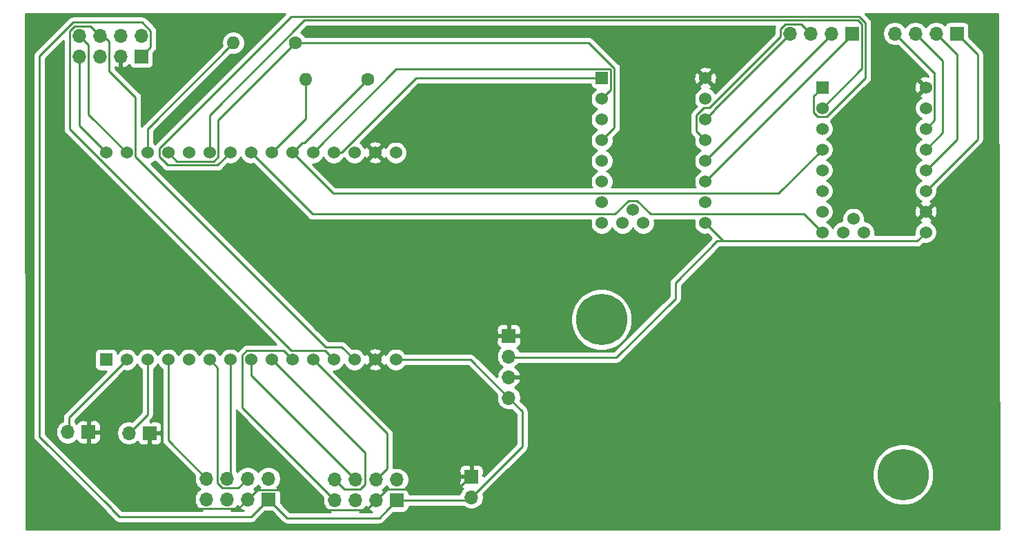
<source format=gbr>
%TF.GenerationSoftware,KiCad,Pcbnew,5.1.9-73d0e3b20d~88~ubuntu20.04.1*%
%TF.CreationDate,2021-04-09T21:37:22+02:00*%
%TF.ProjectId,RBY_tireuse,5242595f-7469-4726-9575-73652e6b6963,rev?*%
%TF.SameCoordinates,Original*%
%TF.FileFunction,Copper,L2,Bot*%
%TF.FilePolarity,Positive*%
%FSLAX46Y46*%
G04 Gerber Fmt 4.6, Leading zero omitted, Abs format (unit mm)*
G04 Created by KiCad (PCBNEW 5.1.9-73d0e3b20d~88~ubuntu20.04.1) date 2021-04-09 21:37:22*
%MOMM*%
%LPD*%
G01*
G04 APERTURE LIST*
%TA.AperFunction,ComponentPad*%
%ADD10O,1.700000X1.700000*%
%TD*%
%TA.AperFunction,ComponentPad*%
%ADD11R,1.700000X1.700000*%
%TD*%
%TA.AperFunction,ComponentPad*%
%ADD12R,1.524000X1.524000*%
%TD*%
%TA.AperFunction,ComponentPad*%
%ADD13C,1.524000*%
%TD*%
%TA.AperFunction,ComponentPad*%
%ADD14O,1.600000X1.600000*%
%TD*%
%TA.AperFunction,ComponentPad*%
%ADD15C,1.600000*%
%TD*%
%TA.AperFunction,ViaPad*%
%ADD16C,6.300000*%
%TD*%
%TA.AperFunction,Conductor*%
%ADD17C,0.250000*%
%TD*%
%TA.AperFunction,Conductor*%
%ADD18C,0.254000*%
%TD*%
%TA.AperFunction,Conductor*%
%ADD19C,0.100000*%
%TD*%
G04 APERTURE END LIST*
D10*
%TO.P,J6,4*%
%TO.N,+5V*%
X106807000Y-110236000D03*
%TO.P,J6,3*%
%TO.N,GND*%
X106807000Y-107696000D03*
%TO.P,J6,2*%
%TO.N,+12V*%
X106807000Y-105156000D03*
D11*
%TO.P,J6,1*%
%TO.N,GND*%
X106807000Y-102616000D03*
%TD*%
D10*
%TO.P,J7,2*%
%TO.N,+5V*%
X102235000Y-122428000D03*
D11*
%TO.P,J7,1*%
%TO.N,GND*%
X102235000Y-119888000D03*
%TD*%
D12*
%TO.P,U3,1*%
%TO.N,Net-(U3-Pad1)*%
X57404000Y-105537000D03*
D13*
%TO.P,U3,2*%
%TO.N,Net-(J8-Pad2)*%
X59944000Y-105537000D03*
%TO.P,U3,3*%
%TO.N,Net-(J9-Pad2)*%
X62484000Y-105537000D03*
%TO.P,U3,4*%
%TO.N,S1_1*%
X65024000Y-105537000D03*
%TO.P,U3,5*%
%TO.N,Net-(U3-Pad5)*%
X67564000Y-105537000D03*
%TO.P,U3,6*%
%TO.N,P_CLK_1*%
X70104000Y-105537000D03*
%TO.P,U3,7*%
%TO.N,P_DATA_1*%
X72644000Y-105537000D03*
%TO.P,U3,8*%
%TO.N,P_DATA_0*%
X75184000Y-105537000D03*
%TO.P,U3,9*%
%TO.N,S1_0*%
X77724000Y-105537000D03*
%TO.P,U3,10*%
%TO.N,S2_0*%
X80264000Y-105537000D03*
%TO.P,U3,11*%
%TO.N,P_CLK_0*%
X82804000Y-105537000D03*
%TO.P,U3,12*%
%TO.N,B1*%
X85344000Y-105537000D03*
%TO.P,U3,13*%
%TO.N,B2*%
X87884000Y-105537000D03*
%TO.P,U3,14*%
%TO.N,GND*%
X90424000Y-105537000D03*
%TO.P,U3,15*%
%TO.N,+5V*%
X92964000Y-105537000D03*
%TO.P,U3,16*%
%TO.N,+3.3V*%
X92964000Y-80137000D03*
%TO.P,U3,17*%
%TO.N,GND*%
X90424000Y-80137000D03*
%TO.P,U3,18*%
%TO.N,EN_0*%
X87884000Y-80137000D03*
%TO.P,U3,19*%
%TO.N,DIR_0*%
X85344000Y-80137000D03*
%TO.P,U3,20*%
%TO.N,PULS_0*%
X82804000Y-80137000D03*
%TO.P,U3,21*%
%TO.N,UART_1*%
X80264000Y-80137000D03*
%TO.P,U3,22*%
%TO.N,Net-(R2-Pad2)*%
X77724000Y-80137000D03*
%TO.P,U3,23*%
%TO.N,EN_1*%
X75184000Y-80137000D03*
%TO.P,U3,24*%
%TO.N,DIR_1*%
X72644000Y-80137000D03*
%TO.P,U3,25*%
%TO.N,PULS_1*%
X70104000Y-80137000D03*
%TO.P,U3,26*%
%TO.N,Net-(U3-Pad26)*%
X67564000Y-80137000D03*
%TO.P,U3,27*%
%TO.N,UART_0*%
X65024000Y-80137000D03*
%TO.P,U3,28*%
%TO.N,Net-(R1-Pad2)*%
X62484000Y-80137000D03*
%TO.P,U3,29*%
%TO.N,I2C_DATA*%
X59944000Y-80137000D03*
%TO.P,U3,30*%
%TO.N,I2C_CLK*%
X57404000Y-80137000D03*
%TD*%
%TO.P,U2,JP3_1*%
%TO.N,Net-(U2-PadJP3_1)*%
X149098000Y-88265000D03*
%TO.P,U2,JP4_1*%
%TO.N,Net-(U2-PadJP4_1)*%
X150368000Y-89916000D03*
%TO.P,U2,JP5_1*%
%TO.N,Net-(U2-PadJP5_1)*%
X147828000Y-89916000D03*
D12*
%TO.P,U2,JP1_1*%
%TO.N,DIR_1*%
X145288000Y-72136000D03*
D13*
%TO.P,U2,JP1_2*%
%TO.N,PULS_1*%
X145288000Y-74676000D03*
%TO.P,U2,JP1_3*%
%TO.N,Net-(U2-PadJP1_3)*%
X145288000Y-77216000D03*
%TO.P,U2,JP1_4*%
%TO.N,UART_1*%
X145288000Y-79756000D03*
%TO.P,U2,JP1_5*%
%TO.N,Net-(U2-PadJP1_5)*%
X145288000Y-82296000D03*
%TO.P,U2,JP1_6*%
%TO.N,Net-(U2-PadJP1_6)*%
X145288000Y-84836000D03*
%TO.P,U2,JP1_7*%
%TO.N,Net-(U2-PadJP1_7)*%
X145288000Y-87376000D03*
%TO.P,U2,JP1_8*%
%TO.N,EN_1*%
X145288000Y-89916000D03*
%TO.P,U2,JP2_1*%
%TO.N,+12V*%
X157988000Y-89916000D03*
%TO.P,U2,JP2_2*%
%TO.N,GND*%
X157988000Y-87376000D03*
%TO.P,U2,JP2_3*%
%TO.N,Net-(J5-Pad1)*%
X157988000Y-84836000D03*
%TO.P,U2,JP2_4*%
%TO.N,Net-(J5-Pad2)*%
X157988000Y-82296000D03*
%TO.P,U2,JP2_5*%
%TO.N,Net-(J5-Pad3)*%
X157988000Y-79756000D03*
%TO.P,U2,JP2_6*%
%TO.N,Net-(J5-Pad4)*%
X157988000Y-77216000D03*
%TO.P,U2,JP2_7*%
%TO.N,+3.3V*%
X157988000Y-74676000D03*
%TO.P,U2,JP2_8*%
%TO.N,GND*%
X157988000Y-72136000D03*
%TD*%
%TO.P,U1,JP3_1*%
%TO.N,Net-(U1-PadJP3_1)*%
X122047000Y-87122000D03*
%TO.P,U1,JP4_1*%
%TO.N,Net-(U1-PadJP4_1)*%
X123317000Y-88773000D03*
%TO.P,U1,JP5_1*%
%TO.N,Net-(U1-PadJP5_1)*%
X120777000Y-88773000D03*
D12*
%TO.P,U1,JP1_1*%
%TO.N,DIR_0*%
X118237000Y-70993000D03*
D13*
%TO.P,U1,JP1_2*%
%TO.N,PULS_0*%
X118237000Y-73533000D03*
%TO.P,U1,JP1_3*%
%TO.N,Net-(U1-PadJP1_3)*%
X118237000Y-76073000D03*
%TO.P,U1,JP1_4*%
%TO.N,UART_0*%
X118237000Y-78613000D03*
%TO.P,U1,JP1_5*%
%TO.N,Net-(U1-PadJP1_5)*%
X118237000Y-81153000D03*
%TO.P,U1,JP1_6*%
%TO.N,Net-(U1-PadJP1_6)*%
X118237000Y-83693000D03*
%TO.P,U1,JP1_7*%
%TO.N,Net-(U1-PadJP1_7)*%
X118237000Y-86233000D03*
%TO.P,U1,JP1_8*%
%TO.N,EN_0*%
X118237000Y-88773000D03*
%TO.P,U1,JP2_1*%
%TO.N,+12V*%
X130937000Y-88773000D03*
%TO.P,U1,JP2_2*%
%TO.N,GND*%
X130937000Y-86233000D03*
%TO.P,U1,JP2_3*%
%TO.N,Net-(J4-Pad1)*%
X130937000Y-83693000D03*
%TO.P,U1,JP2_4*%
%TO.N,Net-(J4-Pad2)*%
X130937000Y-81153000D03*
%TO.P,U1,JP2_5*%
%TO.N,Net-(J4-Pad3)*%
X130937000Y-78613000D03*
%TO.P,U1,JP2_6*%
%TO.N,Net-(J4-Pad4)*%
X130937000Y-76073000D03*
%TO.P,U1,JP2_7*%
%TO.N,+3.3V*%
X130937000Y-73533000D03*
%TO.P,U1,JP2_8*%
%TO.N,GND*%
X130937000Y-70993000D03*
%TD*%
D14*
%TO.P,R2,2*%
%TO.N,Net-(R2-Pad2)*%
X81915000Y-71120000D03*
D15*
%TO.P,R2,1*%
%TO.N,UART_1*%
X89535000Y-71120000D03*
%TD*%
D14*
%TO.P,R1,2*%
%TO.N,Net-(R1-Pad2)*%
X73025000Y-66675000D03*
D15*
%TO.P,R1,1*%
%TO.N,UART_0*%
X80645000Y-66675000D03*
%TD*%
D10*
%TO.P,J9,2*%
%TO.N,Net-(J9-Pad2)*%
X60198000Y-114554000D03*
D11*
%TO.P,J9,1*%
%TO.N,GND*%
X62738000Y-114554000D03*
%TD*%
D10*
%TO.P,J8,2*%
%TO.N,Net-(J8-Pad2)*%
X52705000Y-114427000D03*
D11*
%TO.P,J8,1*%
%TO.N,GND*%
X55245000Y-114427000D03*
%TD*%
D10*
%TO.P,J5,4*%
%TO.N,Net-(J5-Pad4)*%
X154178000Y-65532000D03*
%TO.P,J5,3*%
%TO.N,Net-(J5-Pad3)*%
X156718000Y-65532000D03*
%TO.P,J5,2*%
%TO.N,Net-(J5-Pad2)*%
X159258000Y-65532000D03*
D11*
%TO.P,J5,1*%
%TO.N,Net-(J5-Pad1)*%
X161798000Y-65532000D03*
%TD*%
D10*
%TO.P,J4,4*%
%TO.N,Net-(J4-Pad4)*%
X141351000Y-65532000D03*
%TO.P,J4,3*%
%TO.N,Net-(J4-Pad3)*%
X143891000Y-65532000D03*
%TO.P,J4,2*%
%TO.N,Net-(J4-Pad2)*%
X146431000Y-65532000D03*
D11*
%TO.P,J4,1*%
%TO.N,Net-(J4-Pad1)*%
X148971000Y-65532000D03*
%TD*%
D10*
%TO.P,J3,8*%
%TO.N,S1_1*%
X69723000Y-120142000D03*
%TO.P,J3,7*%
%TO.N,S2_1*%
X69723000Y-122682000D03*
%TO.P,J3,6*%
%TO.N,P_DATA_1*%
X72263000Y-120142000D03*
%TO.P,J3,5*%
%TO.N,Net-(J3-Pad5)*%
X72263000Y-122682000D03*
%TO.P,J3,4*%
%TO.N,P_CLK_1*%
X74803000Y-120142000D03*
%TO.P,J3,3*%
%TO.N,GND*%
X74803000Y-122682000D03*
%TO.P,J3,2*%
%TO.N,+3.3V*%
X77343000Y-120142000D03*
D11*
%TO.P,J3,1*%
%TO.N,+5V*%
X77343000Y-122682000D03*
%TD*%
D10*
%TO.P,J2,8*%
%TO.N,S1_0*%
X85471000Y-120269000D03*
%TO.P,J2,7*%
%TO.N,S2_0*%
X85471000Y-122809000D03*
%TO.P,J2,6*%
%TO.N,P_DATA_0*%
X88011000Y-120269000D03*
%TO.P,J2,5*%
%TO.N,Net-(J2-Pad5)*%
X88011000Y-122809000D03*
%TO.P,J2,4*%
%TO.N,P_CLK_0*%
X90551000Y-120269000D03*
%TO.P,J2,3*%
%TO.N,GND*%
X90551000Y-122809000D03*
%TO.P,J2,2*%
%TO.N,+3.3V*%
X93091000Y-120269000D03*
D11*
%TO.P,J2,1*%
%TO.N,+5V*%
X93091000Y-122809000D03*
%TD*%
D10*
%TO.P,J1,8*%
%TO.N,I2C_DATA*%
X54102000Y-65786000D03*
%TO.P,J1,7*%
%TO.N,I2C_CLK*%
X54102000Y-68326000D03*
%TO.P,J1,6*%
%TO.N,B2*%
X56642000Y-65786000D03*
%TO.P,J1,5*%
%TO.N,B1*%
X56642000Y-68326000D03*
%TO.P,J1,4*%
%TO.N,Net-(J1-Pad4)*%
X59182000Y-65786000D03*
%TO.P,J1,3*%
%TO.N,GND*%
X59182000Y-68326000D03*
%TO.P,J1,2*%
%TO.N,+3.3V*%
X61722000Y-65786000D03*
D11*
%TO.P,J1,1*%
%TO.N,+5V*%
X61722000Y-68326000D03*
%TD*%
D16*
%TO.N,*%
X118194000Y-100634000D03*
X155194000Y-119634000D03*
%TD*%
D17*
%TO.N,GND*%
X73627999Y-123857001D02*
X66707001Y-123857001D01*
X74803000Y-122682000D02*
X73627999Y-123857001D01*
X62738000Y-119888000D02*
X62738000Y-114554000D01*
X66707001Y-123857001D02*
X62738000Y-119888000D01*
X100551999Y-121444001D02*
X102235000Y-119761000D01*
X91915999Y-121444001D02*
X100551999Y-121444001D01*
X90551000Y-122809000D02*
X91915999Y-121444001D01*
X75978001Y-121506999D02*
X79153001Y-121506999D01*
X74803000Y-122682000D02*
X75978001Y-121506999D01*
X81630003Y-123984001D02*
X89375999Y-123984001D01*
X89375999Y-123984001D02*
X90551000Y-122809000D01*
X79153001Y-121506999D02*
X81630003Y-123984001D01*
%TO.N,+5V*%
X101727000Y-122809000D02*
X102235000Y-122301000D01*
X93091000Y-122809000D02*
X101727000Y-122809000D01*
X76167999Y-123857001D02*
X77343000Y-122682000D01*
X49243999Y-114991001D02*
X58109999Y-123857001D01*
X53351598Y-64160990D02*
X49243999Y-68268589D01*
X61835992Y-64160990D02*
X53351598Y-64160990D01*
X62897001Y-65221999D02*
X61835992Y-64160990D01*
X49243999Y-68268589D02*
X49243999Y-114991001D01*
X62897001Y-67150999D02*
X62897001Y-65221999D01*
X61722000Y-68326000D02*
X62897001Y-67150999D01*
X91915999Y-123984001D02*
X92011500Y-123888500D01*
X92011500Y-123888500D02*
X93091000Y-122809000D01*
X79629000Y-124968000D02*
X78549500Y-123888500D01*
X90932000Y-124968000D02*
X79629000Y-124968000D01*
X92011500Y-123888500D02*
X90932000Y-124968000D01*
X78549500Y-123888500D02*
X78645001Y-123984001D01*
X77343000Y-122682000D02*
X78549500Y-123888500D01*
X58109999Y-123857001D02*
X58109999Y-123895999D01*
X58109999Y-123895999D02*
X59055000Y-124841000D01*
X75184000Y-124841000D02*
X77343000Y-122682000D01*
X59055000Y-124841000D02*
X75184000Y-124841000D01*
X102108000Y-105537000D02*
X106807000Y-110236000D01*
X92964000Y-105537000D02*
X102108000Y-105537000D01*
X106807000Y-110236000D02*
X108458000Y-111887000D01*
X108458000Y-116205000D02*
X108458000Y-115697000D01*
X102235000Y-122428000D02*
X108458000Y-116205000D01*
X108458000Y-115697000D02*
X108458000Y-115951000D01*
X108458000Y-111887000D02*
X108458000Y-115697000D01*
%TO.N,I2C_CLK*%
X54102000Y-76835000D02*
X57404000Y-80137000D01*
X54102000Y-68326000D02*
X54102000Y-76835000D01*
%TO.N,I2C_DATA*%
X55277001Y-75470001D02*
X59944000Y-80137000D01*
X55277001Y-66961001D02*
X55277001Y-75470001D01*
X54102000Y-65786000D02*
X55277001Y-66961001D01*
%TO.N,B2*%
X57817001Y-66510992D02*
X57092009Y-65786000D01*
X57817001Y-70112001D02*
X57817001Y-66510992D01*
X61031001Y-73326001D02*
X57817001Y-70112001D01*
X61031001Y-80658761D02*
X61031001Y-73326001D01*
X84372229Y-103999989D02*
X61031001Y-80658761D01*
X86346989Y-103999989D02*
X84372229Y-103999989D01*
X87884000Y-105537000D02*
X86346989Y-103999989D01*
%TO.N,B1*%
X84256999Y-104449999D02*
X85344000Y-105537000D01*
X80108237Y-104449999D02*
X84256999Y-104449999D01*
X52926999Y-77268761D02*
X80108237Y-104449999D01*
X52926999Y-65221999D02*
X52926999Y-77268761D01*
X53537999Y-64610999D02*
X52926999Y-65221999D01*
X55466999Y-64610999D02*
X53537999Y-64610999D01*
X56642000Y-65786000D02*
X55466999Y-64610999D01*
%TO.N,+12V*%
X156900999Y-91003001D02*
X157988000Y-89916000D01*
X130937000Y-88773000D02*
X133167001Y-91003001D01*
X106934000Y-105283000D02*
X106807000Y-105156000D01*
X133167001Y-91003001D02*
X134294999Y-91003001D01*
X134294999Y-91003001D02*
X132389999Y-91003001D01*
X134294999Y-91003001D02*
X156900999Y-91003001D01*
X132389999Y-91003001D02*
X127254000Y-96139000D01*
X127254000Y-96139000D02*
X127254000Y-98044000D01*
X120015000Y-105283000D02*
X113665000Y-105283000D01*
X113665000Y-105283000D02*
X106934000Y-105283000D01*
X127254000Y-98044000D02*
X120015000Y-105283000D01*
X114427000Y-105283000D02*
X113665000Y-105283000D01*
%TO.N,S1_0*%
X86646001Y-121444001D02*
X85471000Y-120269000D01*
X88575001Y-121444001D02*
X86646001Y-121444001D01*
X89186001Y-120833001D02*
X88575001Y-121444001D01*
X89186001Y-116999001D02*
X89186001Y-120833001D01*
X77724000Y-105537000D02*
X89186001Y-116999001D01*
%TO.N,S2_0*%
X74096999Y-111434999D02*
X85471000Y-122809000D01*
X74096999Y-105015239D02*
X74096999Y-111434999D01*
X74662239Y-104449999D02*
X74096999Y-105015239D01*
X79176999Y-104449999D02*
X74662239Y-104449999D01*
X80264000Y-105537000D02*
X79176999Y-104449999D01*
%TO.N,P_DATA_0*%
X75184000Y-107442000D02*
X88011000Y-120269000D01*
X75184000Y-105537000D02*
X75184000Y-107442000D01*
%TO.N,P_CLK_0*%
X91876999Y-114609999D02*
X82804000Y-105537000D01*
X91876999Y-118943001D02*
X91876999Y-114609999D01*
X90551000Y-120269000D02*
X91876999Y-118943001D01*
%TO.N,S1_1*%
X65024000Y-115443000D02*
X69723000Y-120142000D01*
X65024000Y-105537000D02*
X65024000Y-115443000D01*
%TO.N,P_DATA_1*%
X72644000Y-119761000D02*
X72263000Y-120142000D01*
X72644000Y-105537000D02*
X72644000Y-119761000D01*
%TO.N,P_CLK_1*%
X73627999Y-121317001D02*
X74803000Y-120142000D01*
X71698999Y-121317001D02*
X73627999Y-121317001D01*
X71087999Y-120706001D02*
X71698999Y-121317001D01*
X71087999Y-106520999D02*
X71087999Y-120706001D01*
X70104000Y-105537000D02*
X71087999Y-106520999D01*
%TO.N,EN_1*%
X82732999Y-87685999D02*
X75184000Y-80137000D01*
X119874239Y-87685999D02*
X82732999Y-87685999D01*
X121525239Y-86034999D02*
X119874239Y-87685999D01*
X122568761Y-86034999D02*
X121525239Y-86034999D01*
X124219761Y-87685999D02*
X122568761Y-86034999D01*
X143057999Y-87685999D02*
X124219761Y-87685999D01*
X145288000Y-89916000D02*
X143057999Y-87685999D01*
%TO.N,DIR_1*%
X64952248Y-81674010D02*
X71106990Y-81674010D01*
X63936999Y-80658761D02*
X64952248Y-81674010D01*
X63936999Y-79615239D02*
X63936999Y-80658761D01*
X80095257Y-63456981D02*
X63936999Y-79615239D01*
X150596010Y-64235598D02*
X149817393Y-63456981D01*
X150596010Y-70976752D02*
X150596010Y-64235598D01*
X71106990Y-81674010D02*
X72644000Y-80137000D01*
X145809761Y-75763001D02*
X150596010Y-70976752D01*
X144766239Y-75763001D02*
X145809761Y-75763001D01*
X144200999Y-75197761D02*
X144766239Y-75763001D01*
X149817393Y-63456981D02*
X80095257Y-63456981D01*
X144200999Y-73223001D02*
X144200999Y-75197761D01*
X145288000Y-72136000D02*
X144200999Y-73223001D01*
%TO.N,PULS_1*%
X70104000Y-75550998D02*
X70104000Y-80137000D01*
X81748008Y-63906990D02*
X70104000Y-75550998D01*
X149630992Y-63906990D02*
X81748008Y-63906990D01*
X150146001Y-64421999D02*
X149630992Y-63906990D01*
X150146001Y-69817999D02*
X150146001Y-64421999D01*
X145288000Y-74676000D02*
X150146001Y-69817999D01*
%TO.N,DIR_0*%
X86275238Y-80137000D02*
X85344000Y-80137000D01*
X95419238Y-70993000D02*
X86275238Y-80137000D01*
X118237000Y-70993000D02*
X95419238Y-70993000D01*
%TO.N,PULS_0*%
X93035001Y-69905999D02*
X82804000Y-80137000D01*
X119259001Y-69905999D02*
X93035001Y-69905999D01*
X119324001Y-69970999D02*
X119259001Y-69905999D01*
X119324001Y-72445999D02*
X119324001Y-69970999D01*
X118237000Y-73533000D02*
X119324001Y-72445999D01*
%TO.N,Net-(J4-Pad1)*%
X148971000Y-65659000D02*
X130937000Y-83693000D01*
X148971000Y-65532000D02*
X148971000Y-65659000D01*
%TO.N,Net-(J4-Pad2)*%
X146431000Y-65659000D02*
X146431000Y-65532000D01*
X130937000Y-81153000D02*
X146431000Y-65659000D01*
%TO.N,Net-(J4-Pad3)*%
X140175999Y-64967999D02*
X140786999Y-64356999D01*
X140786999Y-64356999D02*
X142715999Y-64356999D01*
X140175999Y-65902763D02*
X140175999Y-64967999D01*
X142715999Y-64356999D02*
X143891000Y-65532000D01*
X131458761Y-74620001D02*
X140175999Y-65902763D01*
X130781237Y-74620001D02*
X131458761Y-74620001D01*
X129849999Y-75551239D02*
X130781237Y-74620001D01*
X129849999Y-77525999D02*
X129849999Y-75551239D01*
X130937000Y-78613000D02*
X129849999Y-77525999D01*
%TO.N,Net-(J4-Pad4)*%
X132024001Y-74858999D02*
X141351000Y-65532000D01*
X132024001Y-74985999D02*
X132024001Y-74858999D01*
X130937000Y-76073000D02*
X132024001Y-74985999D01*
%TO.N,Net-(J5-Pad4)*%
X159075001Y-76128999D02*
X157988000Y-77216000D01*
X158932999Y-70286999D02*
X159075001Y-70286999D01*
X154178000Y-65532000D02*
X158932999Y-70286999D01*
X159075001Y-70286999D02*
X159075001Y-76128999D01*
%TO.N,Net-(J5-Pad3)*%
X160083500Y-68897500D02*
X160083500Y-77660500D01*
X156718000Y-65532000D02*
X160083500Y-68897500D01*
X157988000Y-79756000D02*
X160083500Y-77660500D01*
%TO.N,Net-(J5-Pad2)*%
X161798000Y-78486000D02*
X157988000Y-82296000D01*
X161798000Y-68072000D02*
X161798000Y-78486000D01*
X159258000Y-65532000D02*
X161798000Y-68072000D01*
%TO.N,Net-(J5-Pad1)*%
X164338000Y-78486000D02*
X157988000Y-84836000D01*
X164338000Y-68072000D02*
X164338000Y-78486000D01*
X161798000Y-65532000D02*
X164338000Y-68072000D01*
%TO.N,Net-(J8-Pad2)*%
X59944000Y-105537000D02*
X52832000Y-112649000D01*
X52832000Y-114300000D02*
X52705000Y-114427000D01*
X52832000Y-112649000D02*
X52832000Y-114300000D01*
%TO.N,Net-(J9-Pad2)*%
X62484000Y-112268000D02*
X60198000Y-114554000D01*
X62484000Y-105537000D02*
X62484000Y-112268000D01*
%TO.N,UART_0*%
X119774010Y-69784598D02*
X116664412Y-66675000D01*
X116664412Y-66675000D02*
X80645000Y-66675000D01*
X119774010Y-77075990D02*
X119774010Y-69784598D01*
X118237000Y-78613000D02*
X119774010Y-77075990D01*
X66111001Y-81224001D02*
X65024000Y-80137000D01*
X70625761Y-81224001D02*
X66111001Y-81224001D01*
X71191001Y-80658761D02*
X70625761Y-81224001D01*
X71191001Y-76128999D02*
X71191001Y-80658761D01*
X80645000Y-66675000D02*
X71191001Y-76128999D01*
%TO.N,UART_1*%
X81462999Y-78938001D02*
X80264000Y-80137000D01*
X81716999Y-78938001D02*
X81462999Y-78938001D01*
X89535000Y-71120000D02*
X81716999Y-78938001D01*
X139898001Y-85145999D02*
X145288000Y-79756000D01*
X85272999Y-85145999D02*
X139898001Y-85145999D01*
X80264000Y-80137000D02*
X85272999Y-85145999D01*
%TO.N,Net-(R1-Pad2)*%
X62484000Y-77216000D02*
X73025000Y-66675000D01*
X62484000Y-80137000D02*
X62484000Y-77216000D01*
%TO.N,Net-(R2-Pad2)*%
X81915000Y-75946000D02*
X77724000Y-80137000D01*
X81915000Y-71120000D02*
X81915000Y-75946000D01*
%TD*%
D18*
%TO.N,GND*%
X63426002Y-79051435D02*
X63397490Y-79074835D01*
X63374535Y-79051880D01*
X63244000Y-78964659D01*
X63244000Y-77530801D01*
X72701114Y-68073688D01*
X72883665Y-68110000D01*
X73166335Y-68110000D01*
X73443574Y-68054853D01*
X73704727Y-67946680D01*
X73939759Y-67789637D01*
X74139637Y-67589759D01*
X74296680Y-67354727D01*
X74404853Y-67093574D01*
X74460000Y-66816335D01*
X74460000Y-66533665D01*
X74404853Y-66256426D01*
X74296680Y-65995273D01*
X74139637Y-65760241D01*
X73939759Y-65560363D01*
X73704727Y-65403320D01*
X73443574Y-65295147D01*
X73166335Y-65240000D01*
X72883665Y-65240000D01*
X72606426Y-65295147D01*
X72345273Y-65403320D01*
X72110241Y-65560363D01*
X71910363Y-65760241D01*
X71753320Y-65995273D01*
X71645147Y-66256426D01*
X71590000Y-66533665D01*
X71590000Y-66816335D01*
X71626312Y-66998886D01*
X61972998Y-76652201D01*
X61944000Y-76675999D01*
X61920202Y-76704997D01*
X61920201Y-76704998D01*
X61849026Y-76791724D01*
X61791001Y-76900280D01*
X61791001Y-73363323D01*
X61794677Y-73326000D01*
X61791001Y-73288677D01*
X61791001Y-73288668D01*
X61780004Y-73177015D01*
X61736547Y-73033754D01*
X61665975Y-72901725D01*
X61640164Y-72870274D01*
X61594800Y-72814997D01*
X61594796Y-72814993D01*
X61571002Y-72786000D01*
X61542009Y-72762206D01*
X58577001Y-69797200D01*
X58577001Y-69674765D01*
X58677901Y-69722825D01*
X58825110Y-69767476D01*
X59055000Y-69646155D01*
X59055000Y-68453000D01*
X59035000Y-68453000D01*
X59035000Y-68199000D01*
X59055000Y-68199000D01*
X59055000Y-68179000D01*
X59309000Y-68179000D01*
X59309000Y-68199000D01*
X59329000Y-68199000D01*
X59329000Y-68453000D01*
X59309000Y-68453000D01*
X59309000Y-69646155D01*
X59538890Y-69767476D01*
X59686099Y-69722825D01*
X59948920Y-69597641D01*
X60182269Y-69423588D01*
X60258034Y-69339534D01*
X60282498Y-69420180D01*
X60341463Y-69530494D01*
X60420815Y-69627185D01*
X60517506Y-69706537D01*
X60627820Y-69765502D01*
X60747518Y-69801812D01*
X60872000Y-69814072D01*
X62572000Y-69814072D01*
X62696482Y-69801812D01*
X62816180Y-69765502D01*
X62926494Y-69706537D01*
X63023185Y-69627185D01*
X63102537Y-69530494D01*
X63161502Y-69420180D01*
X63197812Y-69300482D01*
X63210072Y-69176000D01*
X63210072Y-67912730D01*
X63408005Y-67714797D01*
X63437002Y-67691000D01*
X63531975Y-67575275D01*
X63602547Y-67443246D01*
X63646004Y-67299985D01*
X63657001Y-67188332D01*
X63657001Y-67188323D01*
X63660677Y-67151000D01*
X63657001Y-67113677D01*
X63657001Y-65259321D01*
X63660677Y-65221998D01*
X63657001Y-65184675D01*
X63657001Y-65184666D01*
X63646004Y-65073013D01*
X63602547Y-64929752D01*
X63531975Y-64797723D01*
X63437002Y-64681998D01*
X63408004Y-64658200D01*
X62399796Y-63649992D01*
X62375993Y-63620989D01*
X62260268Y-63526016D01*
X62128239Y-63455444D01*
X61984978Y-63411987D01*
X61873325Y-63400990D01*
X61873314Y-63400990D01*
X61835992Y-63397314D01*
X61798670Y-63400990D01*
X53388920Y-63400990D01*
X53351597Y-63397314D01*
X53314274Y-63400990D01*
X53314265Y-63400990D01*
X53202612Y-63411987D01*
X53059351Y-63455444D01*
X52927322Y-63526016D01*
X52811597Y-63620989D01*
X52787799Y-63649987D01*
X48733002Y-67704785D01*
X48703998Y-67728588D01*
X48653897Y-67789637D01*
X48609025Y-67844313D01*
X48571415Y-67914676D01*
X48538453Y-67976343D01*
X48494996Y-68119604D01*
X48483999Y-68231257D01*
X48483999Y-68231267D01*
X48480323Y-68268589D01*
X48483999Y-68305911D01*
X48484000Y-114953668D01*
X48480323Y-114991001D01*
X48484000Y-115028334D01*
X48494997Y-115139987D01*
X48505253Y-115173798D01*
X48538453Y-115283247D01*
X48609025Y-115415277D01*
X48662416Y-115480333D01*
X48703999Y-115531002D01*
X48732997Y-115554800D01*
X57448103Y-124269908D01*
X57475025Y-124320275D01*
X57569998Y-124436000D01*
X57599000Y-124459801D01*
X58491201Y-125352003D01*
X58514999Y-125381001D01*
X58630724Y-125475974D01*
X58762753Y-125546546D01*
X58906014Y-125590003D01*
X59017667Y-125601000D01*
X59017676Y-125601000D01*
X59054999Y-125604676D01*
X59092322Y-125601000D01*
X75146678Y-125601000D01*
X75184000Y-125604676D01*
X75221322Y-125601000D01*
X75221333Y-125601000D01*
X75332986Y-125590003D01*
X75476247Y-125546546D01*
X75608276Y-125475974D01*
X75724001Y-125381001D01*
X75747804Y-125351997D01*
X76929730Y-124170072D01*
X77756270Y-124170072D01*
X78038497Y-124452299D01*
X78038502Y-124452303D01*
X79065201Y-125479003D01*
X79088999Y-125508001D01*
X79117997Y-125531799D01*
X79204724Y-125602974D01*
X79336753Y-125673546D01*
X79480014Y-125717003D01*
X79629000Y-125731677D01*
X79666333Y-125728000D01*
X90894678Y-125728000D01*
X90932000Y-125731676D01*
X90969322Y-125728000D01*
X90969333Y-125728000D01*
X91080986Y-125717003D01*
X91224247Y-125673546D01*
X91356276Y-125602974D01*
X91472001Y-125508001D01*
X91495804Y-125478998D01*
X92575299Y-124399503D01*
X92575303Y-124399498D01*
X92677729Y-124297072D01*
X93941000Y-124297072D01*
X94065482Y-124284812D01*
X94185180Y-124248502D01*
X94295494Y-124189537D01*
X94392185Y-124110185D01*
X94471537Y-124013494D01*
X94530502Y-123903180D01*
X94566812Y-123783482D01*
X94579072Y-123659000D01*
X94579072Y-123569000D01*
X101275893Y-123569000D01*
X101288368Y-123581475D01*
X101531589Y-123743990D01*
X101801842Y-123855932D01*
X102088740Y-123913000D01*
X102381260Y-123913000D01*
X102668158Y-123855932D01*
X102938411Y-123743990D01*
X103181632Y-123581475D01*
X103388475Y-123374632D01*
X103550990Y-123131411D01*
X103662932Y-122861158D01*
X103720000Y-122574260D01*
X103720000Y-122281740D01*
X103676209Y-122061592D01*
X106476591Y-119261210D01*
X151409000Y-119261210D01*
X151409000Y-120006790D01*
X151554455Y-120738044D01*
X151839777Y-121426870D01*
X152253999Y-122046797D01*
X152781203Y-122574001D01*
X153401130Y-122988223D01*
X154089956Y-123273545D01*
X154821210Y-123419000D01*
X155566790Y-123419000D01*
X156298044Y-123273545D01*
X156986870Y-122988223D01*
X157606797Y-122574001D01*
X158134001Y-122046797D01*
X158548223Y-121426870D01*
X158833545Y-120738044D01*
X158979000Y-120006790D01*
X158979000Y-119261210D01*
X158833545Y-118529956D01*
X158548223Y-117841130D01*
X158134001Y-117221203D01*
X157606797Y-116693999D01*
X156986870Y-116279777D01*
X156298044Y-115994455D01*
X155566790Y-115849000D01*
X154821210Y-115849000D01*
X154089956Y-115994455D01*
X153401130Y-116279777D01*
X152781203Y-116693999D01*
X152253999Y-117221203D01*
X151839777Y-117841130D01*
X151554455Y-118529956D01*
X151409000Y-119261210D01*
X106476591Y-119261210D01*
X108969004Y-116768798D01*
X108998001Y-116745001D01*
X109029389Y-116706755D01*
X109092974Y-116629277D01*
X109163546Y-116497247D01*
X109179090Y-116446003D01*
X109207003Y-116353986D01*
X109218000Y-116242333D01*
X109218000Y-116242323D01*
X109221676Y-116205000D01*
X109218000Y-116167678D01*
X109218000Y-111924333D01*
X109221677Y-111887000D01*
X109207003Y-111738014D01*
X109163546Y-111594753D01*
X109092974Y-111462724D01*
X109021799Y-111375997D01*
X108998001Y-111346999D01*
X108969004Y-111323202D01*
X108248210Y-110602408D01*
X108292000Y-110382260D01*
X108292000Y-110089740D01*
X108234932Y-109802842D01*
X108122990Y-109532589D01*
X107960475Y-109289368D01*
X107753632Y-109082525D01*
X107571466Y-108960805D01*
X107688355Y-108891178D01*
X107904588Y-108696269D01*
X108078641Y-108462920D01*
X108203825Y-108200099D01*
X108248476Y-108052890D01*
X108127155Y-107823000D01*
X106934000Y-107823000D01*
X106934000Y-107843000D01*
X106680000Y-107843000D01*
X106680000Y-107823000D01*
X106660000Y-107823000D01*
X106660000Y-107569000D01*
X106680000Y-107569000D01*
X106680000Y-107549000D01*
X106934000Y-107549000D01*
X106934000Y-107569000D01*
X108127155Y-107569000D01*
X108248476Y-107339110D01*
X108203825Y-107191901D01*
X108078641Y-106929080D01*
X107904588Y-106695731D01*
X107688355Y-106500822D01*
X107571466Y-106431195D01*
X107753632Y-106309475D01*
X107960475Y-106102632D01*
X108000320Y-106043000D01*
X119977678Y-106043000D01*
X120015000Y-106046676D01*
X120052322Y-106043000D01*
X120052333Y-106043000D01*
X120163986Y-106032003D01*
X120307247Y-105988546D01*
X120439276Y-105917974D01*
X120555001Y-105823001D01*
X120578804Y-105793997D01*
X127765003Y-98607799D01*
X127794001Y-98584001D01*
X127820332Y-98551917D01*
X127888974Y-98468277D01*
X127959546Y-98336247D01*
X128003003Y-98192986D01*
X128014000Y-98081333D01*
X128014000Y-98081323D01*
X128017676Y-98044000D01*
X128014000Y-98006677D01*
X128014000Y-96453801D01*
X132704802Y-91763001D01*
X133129676Y-91763001D01*
X133167001Y-91766677D01*
X133204326Y-91763001D01*
X156863677Y-91763001D01*
X156900999Y-91766677D01*
X156938321Y-91763001D01*
X156938332Y-91763001D01*
X157049985Y-91752004D01*
X157193246Y-91708547D01*
X157325275Y-91637975D01*
X157441000Y-91543002D01*
X157464803Y-91513999D01*
X157696429Y-91282372D01*
X157850408Y-91313000D01*
X158125592Y-91313000D01*
X158395490Y-91259314D01*
X158649727Y-91154005D01*
X158878535Y-91001120D01*
X159073120Y-90806535D01*
X159226005Y-90577727D01*
X159331314Y-90323490D01*
X159385000Y-90053592D01*
X159385000Y-89778408D01*
X159331314Y-89508510D01*
X159226005Y-89254273D01*
X159073120Y-89025465D01*
X158878535Y-88830880D01*
X158649727Y-88677995D01*
X158578057Y-88648308D01*
X158591023Y-88643636D01*
X158706980Y-88581656D01*
X158773960Y-88341565D01*
X157988000Y-87555605D01*
X157202040Y-88341565D01*
X157269020Y-88581656D01*
X157404760Y-88645485D01*
X157326273Y-88677995D01*
X157097465Y-88830880D01*
X156902880Y-89025465D01*
X156749995Y-89254273D01*
X156644686Y-89508510D01*
X156591000Y-89778408D01*
X156591000Y-90053592D01*
X156621628Y-90207571D01*
X156586198Y-90243001D01*
X151727324Y-90243001D01*
X151765000Y-90053592D01*
X151765000Y-89778408D01*
X151711314Y-89508510D01*
X151606005Y-89254273D01*
X151453120Y-89025465D01*
X151258535Y-88830880D01*
X151029727Y-88677995D01*
X150775490Y-88572686D01*
X150505592Y-88519000D01*
X150471845Y-88519000D01*
X150495000Y-88402592D01*
X150495000Y-88127408D01*
X150441314Y-87857510D01*
X150336005Y-87603273D01*
X150232266Y-87448017D01*
X156586090Y-87448017D01*
X156627078Y-87720133D01*
X156720364Y-87979023D01*
X156782344Y-88094980D01*
X157022435Y-88161960D01*
X157808395Y-87376000D01*
X158167605Y-87376000D01*
X158953565Y-88161960D01*
X159193656Y-88094980D01*
X159310756Y-87845952D01*
X159377023Y-87578865D01*
X159389910Y-87303983D01*
X159348922Y-87031867D01*
X159255636Y-86772977D01*
X159193656Y-86657020D01*
X158953565Y-86590040D01*
X158167605Y-87376000D01*
X157808395Y-87376000D01*
X157022435Y-86590040D01*
X156782344Y-86657020D01*
X156665244Y-86906048D01*
X156598977Y-87173135D01*
X156586090Y-87448017D01*
X150232266Y-87448017D01*
X150183120Y-87374465D01*
X149988535Y-87179880D01*
X149759727Y-87026995D01*
X149505490Y-86921686D01*
X149235592Y-86868000D01*
X148960408Y-86868000D01*
X148690510Y-86921686D01*
X148436273Y-87026995D01*
X148207465Y-87179880D01*
X148012880Y-87374465D01*
X147859995Y-87603273D01*
X147754686Y-87857510D01*
X147701000Y-88127408D01*
X147701000Y-88402592D01*
X147724155Y-88519000D01*
X147690408Y-88519000D01*
X147420510Y-88572686D01*
X147166273Y-88677995D01*
X146937465Y-88830880D01*
X146742880Y-89025465D01*
X146589995Y-89254273D01*
X146558000Y-89331515D01*
X146526005Y-89254273D01*
X146373120Y-89025465D01*
X146178535Y-88830880D01*
X145949727Y-88677995D01*
X145872485Y-88646000D01*
X145949727Y-88614005D01*
X146178535Y-88461120D01*
X146373120Y-88266535D01*
X146526005Y-88037727D01*
X146631314Y-87783490D01*
X146685000Y-87513592D01*
X146685000Y-87238408D01*
X146631314Y-86968510D01*
X146526005Y-86714273D01*
X146373120Y-86485465D01*
X146178535Y-86290880D01*
X145949727Y-86137995D01*
X145872485Y-86106000D01*
X145949727Y-86074005D01*
X146178535Y-85921120D01*
X146373120Y-85726535D01*
X146526005Y-85497727D01*
X146631314Y-85243490D01*
X146685000Y-84973592D01*
X146685000Y-84698408D01*
X146631314Y-84428510D01*
X146526005Y-84174273D01*
X146373120Y-83945465D01*
X146178535Y-83750880D01*
X145949727Y-83597995D01*
X145872485Y-83566000D01*
X145949727Y-83534005D01*
X146178535Y-83381120D01*
X146373120Y-83186535D01*
X146526005Y-82957727D01*
X146631314Y-82703490D01*
X146685000Y-82433592D01*
X146685000Y-82158408D01*
X146631314Y-81888510D01*
X146526005Y-81634273D01*
X146373120Y-81405465D01*
X146178535Y-81210880D01*
X145949727Y-81057995D01*
X145872485Y-81026000D01*
X145949727Y-80994005D01*
X146178535Y-80841120D01*
X146373120Y-80646535D01*
X146526005Y-80417727D01*
X146631314Y-80163490D01*
X146685000Y-79893592D01*
X146685000Y-79618408D01*
X146631314Y-79348510D01*
X146526005Y-79094273D01*
X146373120Y-78865465D01*
X146178535Y-78670880D01*
X145949727Y-78517995D01*
X145872485Y-78486000D01*
X145949727Y-78454005D01*
X146178535Y-78301120D01*
X146373120Y-78106535D01*
X146526005Y-77877727D01*
X146631314Y-77623490D01*
X146685000Y-77353592D01*
X146685000Y-77078408D01*
X146631314Y-76808510D01*
X146526005Y-76554273D01*
X146373120Y-76325465D01*
X146350165Y-76302510D01*
X146373565Y-76273998D01*
X150439546Y-72208017D01*
X156586090Y-72208017D01*
X156627078Y-72480133D01*
X156720364Y-72739023D01*
X156782344Y-72854980D01*
X157022435Y-72921960D01*
X157808395Y-72136000D01*
X157022435Y-71350040D01*
X156782344Y-71417020D01*
X156665244Y-71666048D01*
X156598977Y-71933135D01*
X156586090Y-72208017D01*
X150439546Y-72208017D01*
X151107014Y-71540550D01*
X151136011Y-71516753D01*
X151230984Y-71401028D01*
X151301556Y-71268999D01*
X151345013Y-71125738D01*
X151356010Y-71014085D01*
X151356010Y-71014076D01*
X151359686Y-70976753D01*
X151356010Y-70939430D01*
X151356010Y-65385740D01*
X152693000Y-65385740D01*
X152693000Y-65678260D01*
X152750068Y-65965158D01*
X152862010Y-66235411D01*
X153024525Y-66478632D01*
X153231368Y-66685475D01*
X153474589Y-66847990D01*
X153744842Y-66959932D01*
X154031740Y-67017000D01*
X154324260Y-67017000D01*
X154544408Y-66973209D01*
X158315001Y-70743803D01*
X158315001Y-70777776D01*
X158190865Y-70746977D01*
X157915983Y-70734090D01*
X157643867Y-70775078D01*
X157384977Y-70868364D01*
X157269020Y-70930344D01*
X157202040Y-71170435D01*
X157988000Y-71956395D01*
X158002143Y-71942253D01*
X158181748Y-72121858D01*
X158167605Y-72136000D01*
X158181748Y-72150143D01*
X158002143Y-72329748D01*
X157988000Y-72315605D01*
X157202040Y-73101565D01*
X157269020Y-73341656D01*
X157404760Y-73405485D01*
X157326273Y-73437995D01*
X157097465Y-73590880D01*
X156902880Y-73785465D01*
X156749995Y-74014273D01*
X156644686Y-74268510D01*
X156591000Y-74538408D01*
X156591000Y-74813592D01*
X156644686Y-75083490D01*
X156749995Y-75337727D01*
X156902880Y-75566535D01*
X157097465Y-75761120D01*
X157326273Y-75914005D01*
X157403515Y-75946000D01*
X157326273Y-75977995D01*
X157097465Y-76130880D01*
X156902880Y-76325465D01*
X156749995Y-76554273D01*
X156644686Y-76808510D01*
X156591000Y-77078408D01*
X156591000Y-77353592D01*
X156644686Y-77623490D01*
X156749995Y-77877727D01*
X156902880Y-78106535D01*
X157097465Y-78301120D01*
X157326273Y-78454005D01*
X157403515Y-78486000D01*
X157326273Y-78517995D01*
X157097465Y-78670880D01*
X156902880Y-78865465D01*
X156749995Y-79094273D01*
X156644686Y-79348510D01*
X156591000Y-79618408D01*
X156591000Y-79893592D01*
X156644686Y-80163490D01*
X156749995Y-80417727D01*
X156902880Y-80646535D01*
X157097465Y-80841120D01*
X157326273Y-80994005D01*
X157403515Y-81026000D01*
X157326273Y-81057995D01*
X157097465Y-81210880D01*
X156902880Y-81405465D01*
X156749995Y-81634273D01*
X156644686Y-81888510D01*
X156591000Y-82158408D01*
X156591000Y-82433592D01*
X156644686Y-82703490D01*
X156749995Y-82957727D01*
X156902880Y-83186535D01*
X157097465Y-83381120D01*
X157326273Y-83534005D01*
X157403515Y-83566000D01*
X157326273Y-83597995D01*
X157097465Y-83750880D01*
X156902880Y-83945465D01*
X156749995Y-84174273D01*
X156644686Y-84428510D01*
X156591000Y-84698408D01*
X156591000Y-84973592D01*
X156644686Y-85243490D01*
X156749995Y-85497727D01*
X156902880Y-85726535D01*
X157097465Y-85921120D01*
X157326273Y-86074005D01*
X157397943Y-86103692D01*
X157384977Y-86108364D01*
X157269020Y-86170344D01*
X157202040Y-86410435D01*
X157988000Y-87196395D01*
X158773960Y-86410435D01*
X158706980Y-86170344D01*
X158571240Y-86106515D01*
X158649727Y-86074005D01*
X158878535Y-85921120D01*
X159073120Y-85726535D01*
X159226005Y-85497727D01*
X159331314Y-85243490D01*
X159385000Y-84973592D01*
X159385000Y-84698408D01*
X159354372Y-84544429D01*
X164849003Y-79049799D01*
X164878001Y-79026001D01*
X164950221Y-78938001D01*
X164972974Y-78910277D01*
X165043546Y-78778247D01*
X165056637Y-78735090D01*
X165087003Y-78634986D01*
X165098000Y-78523333D01*
X165098000Y-78523324D01*
X165101676Y-78486001D01*
X165098000Y-78448678D01*
X165098000Y-68109322D01*
X165101676Y-68071999D01*
X165098000Y-68034676D01*
X165098000Y-68034667D01*
X165087003Y-67923014D01*
X165043546Y-67779753D01*
X164972974Y-67647724D01*
X164930504Y-67595974D01*
X164901799Y-67560996D01*
X164901795Y-67560992D01*
X164878001Y-67531999D01*
X164849009Y-67508206D01*
X163286072Y-65945270D01*
X163286072Y-64682000D01*
X163273812Y-64557518D01*
X163237502Y-64437820D01*
X163178537Y-64327506D01*
X163099185Y-64230815D01*
X163002494Y-64151463D01*
X162892180Y-64092498D01*
X162772482Y-64056188D01*
X162648000Y-64043928D01*
X160948000Y-64043928D01*
X160823518Y-64056188D01*
X160703820Y-64092498D01*
X160593506Y-64151463D01*
X160496815Y-64230815D01*
X160417463Y-64327506D01*
X160358498Y-64437820D01*
X160336487Y-64510380D01*
X160204632Y-64378525D01*
X159961411Y-64216010D01*
X159691158Y-64104068D01*
X159404260Y-64047000D01*
X159111740Y-64047000D01*
X158824842Y-64104068D01*
X158554589Y-64216010D01*
X158311368Y-64378525D01*
X158104525Y-64585368D01*
X157988000Y-64759760D01*
X157871475Y-64585368D01*
X157664632Y-64378525D01*
X157421411Y-64216010D01*
X157151158Y-64104068D01*
X156864260Y-64047000D01*
X156571740Y-64047000D01*
X156284842Y-64104068D01*
X156014589Y-64216010D01*
X155771368Y-64378525D01*
X155564525Y-64585368D01*
X155448000Y-64759760D01*
X155331475Y-64585368D01*
X155124632Y-64378525D01*
X154881411Y-64216010D01*
X154611158Y-64104068D01*
X154324260Y-64047000D01*
X154031740Y-64047000D01*
X153744842Y-64104068D01*
X153474589Y-64216010D01*
X153231368Y-64378525D01*
X153024525Y-64585368D01*
X152862010Y-64828589D01*
X152750068Y-65098842D01*
X152693000Y-65385740D01*
X151356010Y-65385740D01*
X151356010Y-64272923D01*
X151359686Y-64235598D01*
X151356010Y-64198273D01*
X151356010Y-64198265D01*
X151345013Y-64086612D01*
X151301556Y-63943351D01*
X151230984Y-63811322D01*
X151136011Y-63695597D01*
X151107012Y-63671799D01*
X150579213Y-63144000D01*
X166854298Y-63144000D01*
X166978700Y-126340000D01*
X47648702Y-126340000D01*
X47524300Y-63144000D01*
X79333436Y-63144000D01*
X63426002Y-79051435D01*
%TA.AperFunction,Conductor*%
D19*
G36*
X63426002Y-79051435D02*
G01*
X63397490Y-79074835D01*
X63374535Y-79051880D01*
X63244000Y-78964659D01*
X63244000Y-77530801D01*
X72701114Y-68073688D01*
X72883665Y-68110000D01*
X73166335Y-68110000D01*
X73443574Y-68054853D01*
X73704727Y-67946680D01*
X73939759Y-67789637D01*
X74139637Y-67589759D01*
X74296680Y-67354727D01*
X74404853Y-67093574D01*
X74460000Y-66816335D01*
X74460000Y-66533665D01*
X74404853Y-66256426D01*
X74296680Y-65995273D01*
X74139637Y-65760241D01*
X73939759Y-65560363D01*
X73704727Y-65403320D01*
X73443574Y-65295147D01*
X73166335Y-65240000D01*
X72883665Y-65240000D01*
X72606426Y-65295147D01*
X72345273Y-65403320D01*
X72110241Y-65560363D01*
X71910363Y-65760241D01*
X71753320Y-65995273D01*
X71645147Y-66256426D01*
X71590000Y-66533665D01*
X71590000Y-66816335D01*
X71626312Y-66998886D01*
X61972998Y-76652201D01*
X61944000Y-76675999D01*
X61920202Y-76704997D01*
X61920201Y-76704998D01*
X61849026Y-76791724D01*
X61791001Y-76900280D01*
X61791001Y-73363323D01*
X61794677Y-73326000D01*
X61791001Y-73288677D01*
X61791001Y-73288668D01*
X61780004Y-73177015D01*
X61736547Y-73033754D01*
X61665975Y-72901725D01*
X61640164Y-72870274D01*
X61594800Y-72814997D01*
X61594796Y-72814993D01*
X61571002Y-72786000D01*
X61542009Y-72762206D01*
X58577001Y-69797200D01*
X58577001Y-69674765D01*
X58677901Y-69722825D01*
X58825110Y-69767476D01*
X59055000Y-69646155D01*
X59055000Y-68453000D01*
X59035000Y-68453000D01*
X59035000Y-68199000D01*
X59055000Y-68199000D01*
X59055000Y-68179000D01*
X59309000Y-68179000D01*
X59309000Y-68199000D01*
X59329000Y-68199000D01*
X59329000Y-68453000D01*
X59309000Y-68453000D01*
X59309000Y-69646155D01*
X59538890Y-69767476D01*
X59686099Y-69722825D01*
X59948920Y-69597641D01*
X60182269Y-69423588D01*
X60258034Y-69339534D01*
X60282498Y-69420180D01*
X60341463Y-69530494D01*
X60420815Y-69627185D01*
X60517506Y-69706537D01*
X60627820Y-69765502D01*
X60747518Y-69801812D01*
X60872000Y-69814072D01*
X62572000Y-69814072D01*
X62696482Y-69801812D01*
X62816180Y-69765502D01*
X62926494Y-69706537D01*
X63023185Y-69627185D01*
X63102537Y-69530494D01*
X63161502Y-69420180D01*
X63197812Y-69300482D01*
X63210072Y-69176000D01*
X63210072Y-67912730D01*
X63408005Y-67714797D01*
X63437002Y-67691000D01*
X63531975Y-67575275D01*
X63602547Y-67443246D01*
X63646004Y-67299985D01*
X63657001Y-67188332D01*
X63657001Y-67188323D01*
X63660677Y-67151000D01*
X63657001Y-67113677D01*
X63657001Y-65259321D01*
X63660677Y-65221998D01*
X63657001Y-65184675D01*
X63657001Y-65184666D01*
X63646004Y-65073013D01*
X63602547Y-64929752D01*
X63531975Y-64797723D01*
X63437002Y-64681998D01*
X63408004Y-64658200D01*
X62399796Y-63649992D01*
X62375993Y-63620989D01*
X62260268Y-63526016D01*
X62128239Y-63455444D01*
X61984978Y-63411987D01*
X61873325Y-63400990D01*
X61873314Y-63400990D01*
X61835992Y-63397314D01*
X61798670Y-63400990D01*
X53388920Y-63400990D01*
X53351597Y-63397314D01*
X53314274Y-63400990D01*
X53314265Y-63400990D01*
X53202612Y-63411987D01*
X53059351Y-63455444D01*
X52927322Y-63526016D01*
X52811597Y-63620989D01*
X52787799Y-63649987D01*
X48733002Y-67704785D01*
X48703998Y-67728588D01*
X48653897Y-67789637D01*
X48609025Y-67844313D01*
X48571415Y-67914676D01*
X48538453Y-67976343D01*
X48494996Y-68119604D01*
X48483999Y-68231257D01*
X48483999Y-68231267D01*
X48480323Y-68268589D01*
X48483999Y-68305911D01*
X48484000Y-114953668D01*
X48480323Y-114991001D01*
X48484000Y-115028334D01*
X48494997Y-115139987D01*
X48505253Y-115173798D01*
X48538453Y-115283247D01*
X48609025Y-115415277D01*
X48662416Y-115480333D01*
X48703999Y-115531002D01*
X48732997Y-115554800D01*
X57448103Y-124269908D01*
X57475025Y-124320275D01*
X57569998Y-124436000D01*
X57599000Y-124459801D01*
X58491201Y-125352003D01*
X58514999Y-125381001D01*
X58630724Y-125475974D01*
X58762753Y-125546546D01*
X58906014Y-125590003D01*
X59017667Y-125601000D01*
X59017676Y-125601000D01*
X59054999Y-125604676D01*
X59092322Y-125601000D01*
X75146678Y-125601000D01*
X75184000Y-125604676D01*
X75221322Y-125601000D01*
X75221333Y-125601000D01*
X75332986Y-125590003D01*
X75476247Y-125546546D01*
X75608276Y-125475974D01*
X75724001Y-125381001D01*
X75747804Y-125351997D01*
X76929730Y-124170072D01*
X77756270Y-124170072D01*
X78038497Y-124452299D01*
X78038502Y-124452303D01*
X79065201Y-125479003D01*
X79088999Y-125508001D01*
X79117997Y-125531799D01*
X79204724Y-125602974D01*
X79336753Y-125673546D01*
X79480014Y-125717003D01*
X79629000Y-125731677D01*
X79666333Y-125728000D01*
X90894678Y-125728000D01*
X90932000Y-125731676D01*
X90969322Y-125728000D01*
X90969333Y-125728000D01*
X91080986Y-125717003D01*
X91224247Y-125673546D01*
X91356276Y-125602974D01*
X91472001Y-125508001D01*
X91495804Y-125478998D01*
X92575299Y-124399503D01*
X92575303Y-124399498D01*
X92677729Y-124297072D01*
X93941000Y-124297072D01*
X94065482Y-124284812D01*
X94185180Y-124248502D01*
X94295494Y-124189537D01*
X94392185Y-124110185D01*
X94471537Y-124013494D01*
X94530502Y-123903180D01*
X94566812Y-123783482D01*
X94579072Y-123659000D01*
X94579072Y-123569000D01*
X101275893Y-123569000D01*
X101288368Y-123581475D01*
X101531589Y-123743990D01*
X101801842Y-123855932D01*
X102088740Y-123913000D01*
X102381260Y-123913000D01*
X102668158Y-123855932D01*
X102938411Y-123743990D01*
X103181632Y-123581475D01*
X103388475Y-123374632D01*
X103550990Y-123131411D01*
X103662932Y-122861158D01*
X103720000Y-122574260D01*
X103720000Y-122281740D01*
X103676209Y-122061592D01*
X106476591Y-119261210D01*
X151409000Y-119261210D01*
X151409000Y-120006790D01*
X151554455Y-120738044D01*
X151839777Y-121426870D01*
X152253999Y-122046797D01*
X152781203Y-122574001D01*
X153401130Y-122988223D01*
X154089956Y-123273545D01*
X154821210Y-123419000D01*
X155566790Y-123419000D01*
X156298044Y-123273545D01*
X156986870Y-122988223D01*
X157606797Y-122574001D01*
X158134001Y-122046797D01*
X158548223Y-121426870D01*
X158833545Y-120738044D01*
X158979000Y-120006790D01*
X158979000Y-119261210D01*
X158833545Y-118529956D01*
X158548223Y-117841130D01*
X158134001Y-117221203D01*
X157606797Y-116693999D01*
X156986870Y-116279777D01*
X156298044Y-115994455D01*
X155566790Y-115849000D01*
X154821210Y-115849000D01*
X154089956Y-115994455D01*
X153401130Y-116279777D01*
X152781203Y-116693999D01*
X152253999Y-117221203D01*
X151839777Y-117841130D01*
X151554455Y-118529956D01*
X151409000Y-119261210D01*
X106476591Y-119261210D01*
X108969004Y-116768798D01*
X108998001Y-116745001D01*
X109029389Y-116706755D01*
X109092974Y-116629277D01*
X109163546Y-116497247D01*
X109179090Y-116446003D01*
X109207003Y-116353986D01*
X109218000Y-116242333D01*
X109218000Y-116242323D01*
X109221676Y-116205000D01*
X109218000Y-116167678D01*
X109218000Y-111924333D01*
X109221677Y-111887000D01*
X109207003Y-111738014D01*
X109163546Y-111594753D01*
X109092974Y-111462724D01*
X109021799Y-111375997D01*
X108998001Y-111346999D01*
X108969004Y-111323202D01*
X108248210Y-110602408D01*
X108292000Y-110382260D01*
X108292000Y-110089740D01*
X108234932Y-109802842D01*
X108122990Y-109532589D01*
X107960475Y-109289368D01*
X107753632Y-109082525D01*
X107571466Y-108960805D01*
X107688355Y-108891178D01*
X107904588Y-108696269D01*
X108078641Y-108462920D01*
X108203825Y-108200099D01*
X108248476Y-108052890D01*
X108127155Y-107823000D01*
X106934000Y-107823000D01*
X106934000Y-107843000D01*
X106680000Y-107843000D01*
X106680000Y-107823000D01*
X106660000Y-107823000D01*
X106660000Y-107569000D01*
X106680000Y-107569000D01*
X106680000Y-107549000D01*
X106934000Y-107549000D01*
X106934000Y-107569000D01*
X108127155Y-107569000D01*
X108248476Y-107339110D01*
X108203825Y-107191901D01*
X108078641Y-106929080D01*
X107904588Y-106695731D01*
X107688355Y-106500822D01*
X107571466Y-106431195D01*
X107753632Y-106309475D01*
X107960475Y-106102632D01*
X108000320Y-106043000D01*
X119977678Y-106043000D01*
X120015000Y-106046676D01*
X120052322Y-106043000D01*
X120052333Y-106043000D01*
X120163986Y-106032003D01*
X120307247Y-105988546D01*
X120439276Y-105917974D01*
X120555001Y-105823001D01*
X120578804Y-105793997D01*
X127765003Y-98607799D01*
X127794001Y-98584001D01*
X127820332Y-98551917D01*
X127888974Y-98468277D01*
X127959546Y-98336247D01*
X128003003Y-98192986D01*
X128014000Y-98081333D01*
X128014000Y-98081323D01*
X128017676Y-98044000D01*
X128014000Y-98006677D01*
X128014000Y-96453801D01*
X132704802Y-91763001D01*
X133129676Y-91763001D01*
X133167001Y-91766677D01*
X133204326Y-91763001D01*
X156863677Y-91763001D01*
X156900999Y-91766677D01*
X156938321Y-91763001D01*
X156938332Y-91763001D01*
X157049985Y-91752004D01*
X157193246Y-91708547D01*
X157325275Y-91637975D01*
X157441000Y-91543002D01*
X157464803Y-91513999D01*
X157696429Y-91282372D01*
X157850408Y-91313000D01*
X158125592Y-91313000D01*
X158395490Y-91259314D01*
X158649727Y-91154005D01*
X158878535Y-91001120D01*
X159073120Y-90806535D01*
X159226005Y-90577727D01*
X159331314Y-90323490D01*
X159385000Y-90053592D01*
X159385000Y-89778408D01*
X159331314Y-89508510D01*
X159226005Y-89254273D01*
X159073120Y-89025465D01*
X158878535Y-88830880D01*
X158649727Y-88677995D01*
X158578057Y-88648308D01*
X158591023Y-88643636D01*
X158706980Y-88581656D01*
X158773960Y-88341565D01*
X157988000Y-87555605D01*
X157202040Y-88341565D01*
X157269020Y-88581656D01*
X157404760Y-88645485D01*
X157326273Y-88677995D01*
X157097465Y-88830880D01*
X156902880Y-89025465D01*
X156749995Y-89254273D01*
X156644686Y-89508510D01*
X156591000Y-89778408D01*
X156591000Y-90053592D01*
X156621628Y-90207571D01*
X156586198Y-90243001D01*
X151727324Y-90243001D01*
X151765000Y-90053592D01*
X151765000Y-89778408D01*
X151711314Y-89508510D01*
X151606005Y-89254273D01*
X151453120Y-89025465D01*
X151258535Y-88830880D01*
X151029727Y-88677995D01*
X150775490Y-88572686D01*
X150505592Y-88519000D01*
X150471845Y-88519000D01*
X150495000Y-88402592D01*
X150495000Y-88127408D01*
X150441314Y-87857510D01*
X150336005Y-87603273D01*
X150232266Y-87448017D01*
X156586090Y-87448017D01*
X156627078Y-87720133D01*
X156720364Y-87979023D01*
X156782344Y-88094980D01*
X157022435Y-88161960D01*
X157808395Y-87376000D01*
X158167605Y-87376000D01*
X158953565Y-88161960D01*
X159193656Y-88094980D01*
X159310756Y-87845952D01*
X159377023Y-87578865D01*
X159389910Y-87303983D01*
X159348922Y-87031867D01*
X159255636Y-86772977D01*
X159193656Y-86657020D01*
X158953565Y-86590040D01*
X158167605Y-87376000D01*
X157808395Y-87376000D01*
X157022435Y-86590040D01*
X156782344Y-86657020D01*
X156665244Y-86906048D01*
X156598977Y-87173135D01*
X156586090Y-87448017D01*
X150232266Y-87448017D01*
X150183120Y-87374465D01*
X149988535Y-87179880D01*
X149759727Y-87026995D01*
X149505490Y-86921686D01*
X149235592Y-86868000D01*
X148960408Y-86868000D01*
X148690510Y-86921686D01*
X148436273Y-87026995D01*
X148207465Y-87179880D01*
X148012880Y-87374465D01*
X147859995Y-87603273D01*
X147754686Y-87857510D01*
X147701000Y-88127408D01*
X147701000Y-88402592D01*
X147724155Y-88519000D01*
X147690408Y-88519000D01*
X147420510Y-88572686D01*
X147166273Y-88677995D01*
X146937465Y-88830880D01*
X146742880Y-89025465D01*
X146589995Y-89254273D01*
X146558000Y-89331515D01*
X146526005Y-89254273D01*
X146373120Y-89025465D01*
X146178535Y-88830880D01*
X145949727Y-88677995D01*
X145872485Y-88646000D01*
X145949727Y-88614005D01*
X146178535Y-88461120D01*
X146373120Y-88266535D01*
X146526005Y-88037727D01*
X146631314Y-87783490D01*
X146685000Y-87513592D01*
X146685000Y-87238408D01*
X146631314Y-86968510D01*
X146526005Y-86714273D01*
X146373120Y-86485465D01*
X146178535Y-86290880D01*
X145949727Y-86137995D01*
X145872485Y-86106000D01*
X145949727Y-86074005D01*
X146178535Y-85921120D01*
X146373120Y-85726535D01*
X146526005Y-85497727D01*
X146631314Y-85243490D01*
X146685000Y-84973592D01*
X146685000Y-84698408D01*
X146631314Y-84428510D01*
X146526005Y-84174273D01*
X146373120Y-83945465D01*
X146178535Y-83750880D01*
X145949727Y-83597995D01*
X145872485Y-83566000D01*
X145949727Y-83534005D01*
X146178535Y-83381120D01*
X146373120Y-83186535D01*
X146526005Y-82957727D01*
X146631314Y-82703490D01*
X146685000Y-82433592D01*
X146685000Y-82158408D01*
X146631314Y-81888510D01*
X146526005Y-81634273D01*
X146373120Y-81405465D01*
X146178535Y-81210880D01*
X145949727Y-81057995D01*
X145872485Y-81026000D01*
X145949727Y-80994005D01*
X146178535Y-80841120D01*
X146373120Y-80646535D01*
X146526005Y-80417727D01*
X146631314Y-80163490D01*
X146685000Y-79893592D01*
X146685000Y-79618408D01*
X146631314Y-79348510D01*
X146526005Y-79094273D01*
X146373120Y-78865465D01*
X146178535Y-78670880D01*
X145949727Y-78517995D01*
X145872485Y-78486000D01*
X145949727Y-78454005D01*
X146178535Y-78301120D01*
X146373120Y-78106535D01*
X146526005Y-77877727D01*
X146631314Y-77623490D01*
X146685000Y-77353592D01*
X146685000Y-77078408D01*
X146631314Y-76808510D01*
X146526005Y-76554273D01*
X146373120Y-76325465D01*
X146350165Y-76302510D01*
X146373565Y-76273998D01*
X150439546Y-72208017D01*
X156586090Y-72208017D01*
X156627078Y-72480133D01*
X156720364Y-72739023D01*
X156782344Y-72854980D01*
X157022435Y-72921960D01*
X157808395Y-72136000D01*
X157022435Y-71350040D01*
X156782344Y-71417020D01*
X156665244Y-71666048D01*
X156598977Y-71933135D01*
X156586090Y-72208017D01*
X150439546Y-72208017D01*
X151107014Y-71540550D01*
X151136011Y-71516753D01*
X151230984Y-71401028D01*
X151301556Y-71268999D01*
X151345013Y-71125738D01*
X151356010Y-71014085D01*
X151356010Y-71014076D01*
X151359686Y-70976753D01*
X151356010Y-70939430D01*
X151356010Y-65385740D01*
X152693000Y-65385740D01*
X152693000Y-65678260D01*
X152750068Y-65965158D01*
X152862010Y-66235411D01*
X153024525Y-66478632D01*
X153231368Y-66685475D01*
X153474589Y-66847990D01*
X153744842Y-66959932D01*
X154031740Y-67017000D01*
X154324260Y-67017000D01*
X154544408Y-66973209D01*
X158315001Y-70743803D01*
X158315001Y-70777776D01*
X158190865Y-70746977D01*
X157915983Y-70734090D01*
X157643867Y-70775078D01*
X157384977Y-70868364D01*
X157269020Y-70930344D01*
X157202040Y-71170435D01*
X157988000Y-71956395D01*
X158002143Y-71942253D01*
X158181748Y-72121858D01*
X158167605Y-72136000D01*
X158181748Y-72150143D01*
X158002143Y-72329748D01*
X157988000Y-72315605D01*
X157202040Y-73101565D01*
X157269020Y-73341656D01*
X157404760Y-73405485D01*
X157326273Y-73437995D01*
X157097465Y-73590880D01*
X156902880Y-73785465D01*
X156749995Y-74014273D01*
X156644686Y-74268510D01*
X156591000Y-74538408D01*
X156591000Y-74813592D01*
X156644686Y-75083490D01*
X156749995Y-75337727D01*
X156902880Y-75566535D01*
X157097465Y-75761120D01*
X157326273Y-75914005D01*
X157403515Y-75946000D01*
X157326273Y-75977995D01*
X157097465Y-76130880D01*
X156902880Y-76325465D01*
X156749995Y-76554273D01*
X156644686Y-76808510D01*
X156591000Y-77078408D01*
X156591000Y-77353592D01*
X156644686Y-77623490D01*
X156749995Y-77877727D01*
X156902880Y-78106535D01*
X157097465Y-78301120D01*
X157326273Y-78454005D01*
X157403515Y-78486000D01*
X157326273Y-78517995D01*
X157097465Y-78670880D01*
X156902880Y-78865465D01*
X156749995Y-79094273D01*
X156644686Y-79348510D01*
X156591000Y-79618408D01*
X156591000Y-79893592D01*
X156644686Y-80163490D01*
X156749995Y-80417727D01*
X156902880Y-80646535D01*
X157097465Y-80841120D01*
X157326273Y-80994005D01*
X157403515Y-81026000D01*
X157326273Y-81057995D01*
X157097465Y-81210880D01*
X156902880Y-81405465D01*
X156749995Y-81634273D01*
X156644686Y-81888510D01*
X156591000Y-82158408D01*
X156591000Y-82433592D01*
X156644686Y-82703490D01*
X156749995Y-82957727D01*
X156902880Y-83186535D01*
X157097465Y-83381120D01*
X157326273Y-83534005D01*
X157403515Y-83566000D01*
X157326273Y-83597995D01*
X157097465Y-83750880D01*
X156902880Y-83945465D01*
X156749995Y-84174273D01*
X156644686Y-84428510D01*
X156591000Y-84698408D01*
X156591000Y-84973592D01*
X156644686Y-85243490D01*
X156749995Y-85497727D01*
X156902880Y-85726535D01*
X157097465Y-85921120D01*
X157326273Y-86074005D01*
X157397943Y-86103692D01*
X157384977Y-86108364D01*
X157269020Y-86170344D01*
X157202040Y-86410435D01*
X157988000Y-87196395D01*
X158773960Y-86410435D01*
X158706980Y-86170344D01*
X158571240Y-86106515D01*
X158649727Y-86074005D01*
X158878535Y-85921120D01*
X159073120Y-85726535D01*
X159226005Y-85497727D01*
X159331314Y-85243490D01*
X159385000Y-84973592D01*
X159385000Y-84698408D01*
X159354372Y-84544429D01*
X164849003Y-79049799D01*
X164878001Y-79026001D01*
X164950221Y-78938001D01*
X164972974Y-78910277D01*
X165043546Y-78778247D01*
X165056637Y-78735090D01*
X165087003Y-78634986D01*
X165098000Y-78523333D01*
X165098000Y-78523324D01*
X165101676Y-78486001D01*
X165098000Y-78448678D01*
X165098000Y-68109322D01*
X165101676Y-68071999D01*
X165098000Y-68034676D01*
X165098000Y-68034667D01*
X165087003Y-67923014D01*
X165043546Y-67779753D01*
X164972974Y-67647724D01*
X164930504Y-67595974D01*
X164901799Y-67560996D01*
X164901795Y-67560992D01*
X164878001Y-67531999D01*
X164849009Y-67508206D01*
X163286072Y-65945270D01*
X163286072Y-64682000D01*
X163273812Y-64557518D01*
X163237502Y-64437820D01*
X163178537Y-64327506D01*
X163099185Y-64230815D01*
X163002494Y-64151463D01*
X162892180Y-64092498D01*
X162772482Y-64056188D01*
X162648000Y-64043928D01*
X160948000Y-64043928D01*
X160823518Y-64056188D01*
X160703820Y-64092498D01*
X160593506Y-64151463D01*
X160496815Y-64230815D01*
X160417463Y-64327506D01*
X160358498Y-64437820D01*
X160336487Y-64510380D01*
X160204632Y-64378525D01*
X159961411Y-64216010D01*
X159691158Y-64104068D01*
X159404260Y-64047000D01*
X159111740Y-64047000D01*
X158824842Y-64104068D01*
X158554589Y-64216010D01*
X158311368Y-64378525D01*
X158104525Y-64585368D01*
X157988000Y-64759760D01*
X157871475Y-64585368D01*
X157664632Y-64378525D01*
X157421411Y-64216010D01*
X157151158Y-64104068D01*
X156864260Y-64047000D01*
X156571740Y-64047000D01*
X156284842Y-64104068D01*
X156014589Y-64216010D01*
X155771368Y-64378525D01*
X155564525Y-64585368D01*
X155448000Y-64759760D01*
X155331475Y-64585368D01*
X155124632Y-64378525D01*
X154881411Y-64216010D01*
X154611158Y-64104068D01*
X154324260Y-64047000D01*
X154031740Y-64047000D01*
X153744842Y-64104068D01*
X153474589Y-64216010D01*
X153231368Y-64378525D01*
X153024525Y-64585368D01*
X152862010Y-64828589D01*
X152750068Y-65098842D01*
X152693000Y-65385740D01*
X151356010Y-65385740D01*
X151356010Y-64272923D01*
X151359686Y-64235598D01*
X151356010Y-64198273D01*
X151356010Y-64198265D01*
X151345013Y-64086612D01*
X151301556Y-63943351D01*
X151230984Y-63811322D01*
X151136011Y-63695597D01*
X151107012Y-63671799D01*
X150579213Y-63144000D01*
X166854298Y-63144000D01*
X166978700Y-126340000D01*
X47648702Y-126340000D01*
X47524300Y-63144000D01*
X79333436Y-63144000D01*
X63426002Y-79051435D01*
G37*
%TD.AperFunction*%
D18*
X89355822Y-123690355D02*
X89550731Y-123906588D01*
X89784080Y-124080641D01*
X90046901Y-124205825D01*
X90054072Y-124208000D01*
X88514006Y-124208000D01*
X88714411Y-124124990D01*
X88957632Y-123962475D01*
X89164475Y-123755632D01*
X89286195Y-123573466D01*
X89355822Y-123690355D01*
%TA.AperFunction,Conductor*%
D19*
G36*
X89355822Y-123690355D02*
G01*
X89550731Y-123906588D01*
X89784080Y-124080641D01*
X90046901Y-124205825D01*
X90054072Y-124208000D01*
X88514006Y-124208000D01*
X88714411Y-124124990D01*
X88957632Y-123962475D01*
X89164475Y-123755632D01*
X89286195Y-123573466D01*
X89355822Y-123690355D01*
G37*
%TD.AperFunction*%
D18*
X73462025Y-111859275D02*
X73531110Y-111943454D01*
X73556999Y-111975000D01*
X73585997Y-111998798D01*
X84029790Y-122442593D01*
X83986000Y-122662740D01*
X83986000Y-122955260D01*
X84043068Y-123242158D01*
X84155010Y-123512411D01*
X84317525Y-123755632D01*
X84524368Y-123962475D01*
X84767589Y-124124990D01*
X84967994Y-124208000D01*
X79943802Y-124208000D01*
X79113303Y-123377502D01*
X79113299Y-123377497D01*
X78831072Y-123095270D01*
X78831072Y-121832000D01*
X78818812Y-121707518D01*
X78782502Y-121587820D01*
X78723537Y-121477506D01*
X78644185Y-121380815D01*
X78547494Y-121301463D01*
X78437180Y-121242498D01*
X78364620Y-121220487D01*
X78496475Y-121088632D01*
X78658990Y-120845411D01*
X78770932Y-120575158D01*
X78828000Y-120288260D01*
X78828000Y-119995740D01*
X78770932Y-119708842D01*
X78658990Y-119438589D01*
X78496475Y-119195368D01*
X78289632Y-118988525D01*
X78046411Y-118826010D01*
X77776158Y-118714068D01*
X77489260Y-118657000D01*
X77196740Y-118657000D01*
X76909842Y-118714068D01*
X76639589Y-118826010D01*
X76396368Y-118988525D01*
X76189525Y-119195368D01*
X76073000Y-119369760D01*
X75956475Y-119195368D01*
X75749632Y-118988525D01*
X75506411Y-118826010D01*
X75236158Y-118714068D01*
X74949260Y-118657000D01*
X74656740Y-118657000D01*
X74369842Y-118714068D01*
X74099589Y-118826010D01*
X73856368Y-118988525D01*
X73649525Y-119195368D01*
X73533000Y-119369760D01*
X73416475Y-119195368D01*
X73404000Y-119182893D01*
X73404000Y-111750719D01*
X73462025Y-111859275D01*
%TA.AperFunction,Conductor*%
D19*
G36*
X73462025Y-111859275D02*
G01*
X73531110Y-111943454D01*
X73556999Y-111975000D01*
X73585997Y-111998798D01*
X84029790Y-122442593D01*
X83986000Y-122662740D01*
X83986000Y-122955260D01*
X84043068Y-123242158D01*
X84155010Y-123512411D01*
X84317525Y-123755632D01*
X84524368Y-123962475D01*
X84767589Y-124124990D01*
X84967994Y-124208000D01*
X79943802Y-124208000D01*
X79113303Y-123377502D01*
X79113299Y-123377497D01*
X78831072Y-123095270D01*
X78831072Y-121832000D01*
X78818812Y-121707518D01*
X78782502Y-121587820D01*
X78723537Y-121477506D01*
X78644185Y-121380815D01*
X78547494Y-121301463D01*
X78437180Y-121242498D01*
X78364620Y-121220487D01*
X78496475Y-121088632D01*
X78658990Y-120845411D01*
X78770932Y-120575158D01*
X78828000Y-120288260D01*
X78828000Y-119995740D01*
X78770932Y-119708842D01*
X78658990Y-119438589D01*
X78496475Y-119195368D01*
X78289632Y-118988525D01*
X78046411Y-118826010D01*
X77776158Y-118714068D01*
X77489260Y-118657000D01*
X77196740Y-118657000D01*
X76909842Y-118714068D01*
X76639589Y-118826010D01*
X76396368Y-118988525D01*
X76189525Y-119195368D01*
X76073000Y-119369760D01*
X75956475Y-119195368D01*
X75749632Y-118988525D01*
X75506411Y-118826010D01*
X75236158Y-118714068D01*
X74949260Y-118657000D01*
X74656740Y-118657000D01*
X74369842Y-118714068D01*
X74099589Y-118826010D01*
X73856368Y-118988525D01*
X73649525Y-119195368D01*
X73533000Y-119369760D01*
X73416475Y-119195368D01*
X73404000Y-119182893D01*
X73404000Y-111750719D01*
X73462025Y-111859275D01*
G37*
%TD.AperFunction*%
D18*
X52167000Y-77231429D02*
X52163323Y-77268761D01*
X52177997Y-77417746D01*
X52221453Y-77561007D01*
X52292025Y-77693037D01*
X52343699Y-77756001D01*
X52386999Y-77808762D01*
X52415997Y-77832560D01*
X78273434Y-103689999D01*
X74699561Y-103689999D01*
X74662238Y-103686323D01*
X74624915Y-103689999D01*
X74624906Y-103689999D01*
X74513253Y-103700996D01*
X74369992Y-103744453D01*
X74237962Y-103815025D01*
X74194122Y-103851004D01*
X74122238Y-103909998D01*
X74098441Y-103938995D01*
X73586001Y-104451436D01*
X73557490Y-104474835D01*
X73534535Y-104451880D01*
X73305727Y-104298995D01*
X73051490Y-104193686D01*
X72781592Y-104140000D01*
X72506408Y-104140000D01*
X72236510Y-104193686D01*
X71982273Y-104298995D01*
X71753465Y-104451880D01*
X71558880Y-104646465D01*
X71405995Y-104875273D01*
X71374000Y-104952515D01*
X71342005Y-104875273D01*
X71189120Y-104646465D01*
X70994535Y-104451880D01*
X70765727Y-104298995D01*
X70511490Y-104193686D01*
X70241592Y-104140000D01*
X69966408Y-104140000D01*
X69696510Y-104193686D01*
X69442273Y-104298995D01*
X69213465Y-104451880D01*
X69018880Y-104646465D01*
X68865995Y-104875273D01*
X68834000Y-104952515D01*
X68802005Y-104875273D01*
X68649120Y-104646465D01*
X68454535Y-104451880D01*
X68225727Y-104298995D01*
X67971490Y-104193686D01*
X67701592Y-104140000D01*
X67426408Y-104140000D01*
X67156510Y-104193686D01*
X66902273Y-104298995D01*
X66673465Y-104451880D01*
X66478880Y-104646465D01*
X66325995Y-104875273D01*
X66294000Y-104952515D01*
X66262005Y-104875273D01*
X66109120Y-104646465D01*
X65914535Y-104451880D01*
X65685727Y-104298995D01*
X65431490Y-104193686D01*
X65161592Y-104140000D01*
X64886408Y-104140000D01*
X64616510Y-104193686D01*
X64362273Y-104298995D01*
X64133465Y-104451880D01*
X63938880Y-104646465D01*
X63785995Y-104875273D01*
X63754000Y-104952515D01*
X63722005Y-104875273D01*
X63569120Y-104646465D01*
X63374535Y-104451880D01*
X63145727Y-104298995D01*
X62891490Y-104193686D01*
X62621592Y-104140000D01*
X62346408Y-104140000D01*
X62076510Y-104193686D01*
X61822273Y-104298995D01*
X61593465Y-104451880D01*
X61398880Y-104646465D01*
X61245995Y-104875273D01*
X61214000Y-104952515D01*
X61182005Y-104875273D01*
X61029120Y-104646465D01*
X60834535Y-104451880D01*
X60605727Y-104298995D01*
X60351490Y-104193686D01*
X60081592Y-104140000D01*
X59806408Y-104140000D01*
X59536510Y-104193686D01*
X59282273Y-104298995D01*
X59053465Y-104451880D01*
X58858880Y-104646465D01*
X58800080Y-104734465D01*
X58791812Y-104650518D01*
X58755502Y-104530820D01*
X58696537Y-104420506D01*
X58617185Y-104323815D01*
X58520494Y-104244463D01*
X58410180Y-104185498D01*
X58290482Y-104149188D01*
X58166000Y-104136928D01*
X56642000Y-104136928D01*
X56517518Y-104149188D01*
X56397820Y-104185498D01*
X56287506Y-104244463D01*
X56190815Y-104323815D01*
X56111463Y-104420506D01*
X56052498Y-104530820D01*
X56016188Y-104650518D01*
X56003928Y-104775000D01*
X56003928Y-106299000D01*
X56016188Y-106423482D01*
X56052498Y-106543180D01*
X56111463Y-106653494D01*
X56190815Y-106750185D01*
X56287506Y-106829537D01*
X56397820Y-106888502D01*
X56517518Y-106924812D01*
X56642000Y-106937072D01*
X57469126Y-106937072D01*
X52321003Y-112085196D01*
X52291999Y-112108999D01*
X52236871Y-112176174D01*
X52197026Y-112224724D01*
X52173894Y-112268001D01*
X52126454Y-112356754D01*
X52082997Y-112500015D01*
X52072000Y-112611668D01*
X52072000Y-112611678D01*
X52068324Y-112649000D01*
X52072000Y-112686323D01*
X52072000Y-113081845D01*
X52001589Y-113111010D01*
X51758368Y-113273525D01*
X51551525Y-113480368D01*
X51389010Y-113723589D01*
X51277068Y-113993842D01*
X51220000Y-114280740D01*
X51220000Y-114573260D01*
X51277068Y-114860158D01*
X51389010Y-115130411D01*
X51551525Y-115373632D01*
X51758368Y-115580475D01*
X52001589Y-115742990D01*
X52271842Y-115854932D01*
X52558740Y-115912000D01*
X52851260Y-115912000D01*
X53138158Y-115854932D01*
X53408411Y-115742990D01*
X53651632Y-115580475D01*
X53783487Y-115448620D01*
X53805498Y-115521180D01*
X53864463Y-115631494D01*
X53943815Y-115728185D01*
X54040506Y-115807537D01*
X54150820Y-115866502D01*
X54270518Y-115902812D01*
X54395000Y-115915072D01*
X54959250Y-115912000D01*
X55118000Y-115753250D01*
X55118000Y-114554000D01*
X55372000Y-114554000D01*
X55372000Y-115753250D01*
X55530750Y-115912000D01*
X56095000Y-115915072D01*
X56219482Y-115902812D01*
X56339180Y-115866502D01*
X56449494Y-115807537D01*
X56546185Y-115728185D01*
X56625537Y-115631494D01*
X56684502Y-115521180D01*
X56720812Y-115401482D01*
X56733072Y-115277000D01*
X56730000Y-114712750D01*
X56571250Y-114554000D01*
X55372000Y-114554000D01*
X55118000Y-114554000D01*
X55098000Y-114554000D01*
X55098000Y-114300000D01*
X55118000Y-114300000D01*
X55118000Y-113100750D01*
X55372000Y-113100750D01*
X55372000Y-114300000D01*
X56571250Y-114300000D01*
X56730000Y-114141250D01*
X56733072Y-113577000D01*
X56720812Y-113452518D01*
X56684502Y-113332820D01*
X56625537Y-113222506D01*
X56546185Y-113125815D01*
X56449494Y-113046463D01*
X56339180Y-112987498D01*
X56219482Y-112951188D01*
X56095000Y-112938928D01*
X55530750Y-112942000D01*
X55372000Y-113100750D01*
X55118000Y-113100750D01*
X54959250Y-112942000D01*
X54395000Y-112938928D01*
X54270518Y-112951188D01*
X54150820Y-112987498D01*
X54040506Y-113046463D01*
X53943815Y-113125815D01*
X53864463Y-113222506D01*
X53805498Y-113332820D01*
X53783487Y-113405380D01*
X53651632Y-113273525D01*
X53592000Y-113233680D01*
X53592000Y-112963801D01*
X59652430Y-106903372D01*
X59806408Y-106934000D01*
X60081592Y-106934000D01*
X60351490Y-106880314D01*
X60605727Y-106775005D01*
X60834535Y-106622120D01*
X61029120Y-106427535D01*
X61182005Y-106198727D01*
X61214000Y-106121485D01*
X61245995Y-106198727D01*
X61398880Y-106427535D01*
X61593465Y-106622120D01*
X61724000Y-106709341D01*
X61724001Y-111953197D01*
X60564408Y-113112791D01*
X60344260Y-113069000D01*
X60051740Y-113069000D01*
X59764842Y-113126068D01*
X59494589Y-113238010D01*
X59251368Y-113400525D01*
X59044525Y-113607368D01*
X58882010Y-113850589D01*
X58770068Y-114120842D01*
X58713000Y-114407740D01*
X58713000Y-114700260D01*
X58770068Y-114987158D01*
X58882010Y-115257411D01*
X59044525Y-115500632D01*
X59251368Y-115707475D01*
X59494589Y-115869990D01*
X59764842Y-115981932D01*
X60051740Y-116039000D01*
X60344260Y-116039000D01*
X60631158Y-115981932D01*
X60901411Y-115869990D01*
X61144632Y-115707475D01*
X61276487Y-115575620D01*
X61298498Y-115648180D01*
X61357463Y-115758494D01*
X61436815Y-115855185D01*
X61533506Y-115934537D01*
X61643820Y-115993502D01*
X61763518Y-116029812D01*
X61888000Y-116042072D01*
X62452250Y-116039000D01*
X62611000Y-115880250D01*
X62611000Y-114681000D01*
X62865000Y-114681000D01*
X62865000Y-115880250D01*
X63023750Y-116039000D01*
X63588000Y-116042072D01*
X63712482Y-116029812D01*
X63832180Y-115993502D01*
X63942494Y-115934537D01*
X64039185Y-115855185D01*
X64118537Y-115758494D01*
X64177502Y-115648180D01*
X64213812Y-115528482D01*
X64226072Y-115404000D01*
X64223000Y-114839750D01*
X64064250Y-114681000D01*
X62865000Y-114681000D01*
X62611000Y-114681000D01*
X62591000Y-114681000D01*
X62591000Y-114427000D01*
X62611000Y-114427000D01*
X62611000Y-114407000D01*
X62865000Y-114407000D01*
X62865000Y-114427000D01*
X64064250Y-114427000D01*
X64223000Y-114268250D01*
X64226072Y-113704000D01*
X64213812Y-113579518D01*
X64177502Y-113459820D01*
X64118537Y-113349506D01*
X64039185Y-113252815D01*
X63942494Y-113173463D01*
X63832180Y-113114498D01*
X63712482Y-113078188D01*
X63588000Y-113065928D01*
X63023750Y-113069000D01*
X62865002Y-113227748D01*
X62865002Y-113069000D01*
X62757802Y-113069000D01*
X62995003Y-112831799D01*
X63024001Y-112808001D01*
X63118974Y-112692276D01*
X63189546Y-112560247D01*
X63233003Y-112416986D01*
X63244000Y-112305333D01*
X63244000Y-112305324D01*
X63247676Y-112268001D01*
X63244000Y-112230678D01*
X63244000Y-106709341D01*
X63374535Y-106622120D01*
X63569120Y-106427535D01*
X63722005Y-106198727D01*
X63754000Y-106121485D01*
X63785995Y-106198727D01*
X63938880Y-106427535D01*
X64133465Y-106622120D01*
X64264000Y-106709341D01*
X64264001Y-115405668D01*
X64260324Y-115443000D01*
X64274998Y-115591985D01*
X64318454Y-115735246D01*
X64389026Y-115867276D01*
X64460201Y-115954002D01*
X64484000Y-115983001D01*
X64512998Y-116006799D01*
X68281790Y-119775592D01*
X68238000Y-119995740D01*
X68238000Y-120288260D01*
X68295068Y-120575158D01*
X68407010Y-120845411D01*
X68569525Y-121088632D01*
X68776368Y-121295475D01*
X68950760Y-121412000D01*
X68776368Y-121528525D01*
X68569525Y-121735368D01*
X68407010Y-121978589D01*
X68295068Y-122248842D01*
X68238000Y-122535740D01*
X68238000Y-122828260D01*
X68295068Y-123115158D01*
X68407010Y-123385411D01*
X68569525Y-123628632D01*
X68776368Y-123835475D01*
X69019589Y-123997990D01*
X69219994Y-124081000D01*
X59369802Y-124081000D01*
X58771897Y-123483096D01*
X58744973Y-123432725D01*
X58731810Y-123416686D01*
X58673798Y-123345997D01*
X58673794Y-123345993D01*
X58650000Y-123317000D01*
X58621008Y-123293208D01*
X50003999Y-114676200D01*
X50003999Y-68583390D01*
X52166999Y-66420390D01*
X52167000Y-77231429D01*
%TA.AperFunction,Conductor*%
D19*
G36*
X52167000Y-77231429D02*
G01*
X52163323Y-77268761D01*
X52177997Y-77417746D01*
X52221453Y-77561007D01*
X52292025Y-77693037D01*
X52343699Y-77756001D01*
X52386999Y-77808762D01*
X52415997Y-77832560D01*
X78273434Y-103689999D01*
X74699561Y-103689999D01*
X74662238Y-103686323D01*
X74624915Y-103689999D01*
X74624906Y-103689999D01*
X74513253Y-103700996D01*
X74369992Y-103744453D01*
X74237962Y-103815025D01*
X74194122Y-103851004D01*
X74122238Y-103909998D01*
X74098441Y-103938995D01*
X73586001Y-104451436D01*
X73557490Y-104474835D01*
X73534535Y-104451880D01*
X73305727Y-104298995D01*
X73051490Y-104193686D01*
X72781592Y-104140000D01*
X72506408Y-104140000D01*
X72236510Y-104193686D01*
X71982273Y-104298995D01*
X71753465Y-104451880D01*
X71558880Y-104646465D01*
X71405995Y-104875273D01*
X71374000Y-104952515D01*
X71342005Y-104875273D01*
X71189120Y-104646465D01*
X70994535Y-104451880D01*
X70765727Y-104298995D01*
X70511490Y-104193686D01*
X70241592Y-104140000D01*
X69966408Y-104140000D01*
X69696510Y-104193686D01*
X69442273Y-104298995D01*
X69213465Y-104451880D01*
X69018880Y-104646465D01*
X68865995Y-104875273D01*
X68834000Y-104952515D01*
X68802005Y-104875273D01*
X68649120Y-104646465D01*
X68454535Y-104451880D01*
X68225727Y-104298995D01*
X67971490Y-104193686D01*
X67701592Y-104140000D01*
X67426408Y-104140000D01*
X67156510Y-104193686D01*
X66902273Y-104298995D01*
X66673465Y-104451880D01*
X66478880Y-104646465D01*
X66325995Y-104875273D01*
X66294000Y-104952515D01*
X66262005Y-104875273D01*
X66109120Y-104646465D01*
X65914535Y-104451880D01*
X65685727Y-104298995D01*
X65431490Y-104193686D01*
X65161592Y-104140000D01*
X64886408Y-104140000D01*
X64616510Y-104193686D01*
X64362273Y-104298995D01*
X64133465Y-104451880D01*
X63938880Y-104646465D01*
X63785995Y-104875273D01*
X63754000Y-104952515D01*
X63722005Y-104875273D01*
X63569120Y-104646465D01*
X63374535Y-104451880D01*
X63145727Y-104298995D01*
X62891490Y-104193686D01*
X62621592Y-104140000D01*
X62346408Y-104140000D01*
X62076510Y-104193686D01*
X61822273Y-104298995D01*
X61593465Y-104451880D01*
X61398880Y-104646465D01*
X61245995Y-104875273D01*
X61214000Y-104952515D01*
X61182005Y-104875273D01*
X61029120Y-104646465D01*
X60834535Y-104451880D01*
X60605727Y-104298995D01*
X60351490Y-104193686D01*
X60081592Y-104140000D01*
X59806408Y-104140000D01*
X59536510Y-104193686D01*
X59282273Y-104298995D01*
X59053465Y-104451880D01*
X58858880Y-104646465D01*
X58800080Y-104734465D01*
X58791812Y-104650518D01*
X58755502Y-104530820D01*
X58696537Y-104420506D01*
X58617185Y-104323815D01*
X58520494Y-104244463D01*
X58410180Y-104185498D01*
X58290482Y-104149188D01*
X58166000Y-104136928D01*
X56642000Y-104136928D01*
X56517518Y-104149188D01*
X56397820Y-104185498D01*
X56287506Y-104244463D01*
X56190815Y-104323815D01*
X56111463Y-104420506D01*
X56052498Y-104530820D01*
X56016188Y-104650518D01*
X56003928Y-104775000D01*
X56003928Y-106299000D01*
X56016188Y-106423482D01*
X56052498Y-106543180D01*
X56111463Y-106653494D01*
X56190815Y-106750185D01*
X56287506Y-106829537D01*
X56397820Y-106888502D01*
X56517518Y-106924812D01*
X56642000Y-106937072D01*
X57469126Y-106937072D01*
X52321003Y-112085196D01*
X52291999Y-112108999D01*
X52236871Y-112176174D01*
X52197026Y-112224724D01*
X52173894Y-112268001D01*
X52126454Y-112356754D01*
X52082997Y-112500015D01*
X52072000Y-112611668D01*
X52072000Y-112611678D01*
X52068324Y-112649000D01*
X52072000Y-112686323D01*
X52072000Y-113081845D01*
X52001589Y-113111010D01*
X51758368Y-113273525D01*
X51551525Y-113480368D01*
X51389010Y-113723589D01*
X51277068Y-113993842D01*
X51220000Y-114280740D01*
X51220000Y-114573260D01*
X51277068Y-114860158D01*
X51389010Y-115130411D01*
X51551525Y-115373632D01*
X51758368Y-115580475D01*
X52001589Y-115742990D01*
X52271842Y-115854932D01*
X52558740Y-115912000D01*
X52851260Y-115912000D01*
X53138158Y-115854932D01*
X53408411Y-115742990D01*
X53651632Y-115580475D01*
X53783487Y-115448620D01*
X53805498Y-115521180D01*
X53864463Y-115631494D01*
X53943815Y-115728185D01*
X54040506Y-115807537D01*
X54150820Y-115866502D01*
X54270518Y-115902812D01*
X54395000Y-115915072D01*
X54959250Y-115912000D01*
X55118000Y-115753250D01*
X55118000Y-114554000D01*
X55372000Y-114554000D01*
X55372000Y-115753250D01*
X55530750Y-115912000D01*
X56095000Y-115915072D01*
X56219482Y-115902812D01*
X56339180Y-115866502D01*
X56449494Y-115807537D01*
X56546185Y-115728185D01*
X56625537Y-115631494D01*
X56684502Y-115521180D01*
X56720812Y-115401482D01*
X56733072Y-115277000D01*
X56730000Y-114712750D01*
X56571250Y-114554000D01*
X55372000Y-114554000D01*
X55118000Y-114554000D01*
X55098000Y-114554000D01*
X55098000Y-114300000D01*
X55118000Y-114300000D01*
X55118000Y-113100750D01*
X55372000Y-113100750D01*
X55372000Y-114300000D01*
X56571250Y-114300000D01*
X56730000Y-114141250D01*
X56733072Y-113577000D01*
X56720812Y-113452518D01*
X56684502Y-113332820D01*
X56625537Y-113222506D01*
X56546185Y-113125815D01*
X56449494Y-113046463D01*
X56339180Y-112987498D01*
X56219482Y-112951188D01*
X56095000Y-112938928D01*
X55530750Y-112942000D01*
X55372000Y-113100750D01*
X55118000Y-113100750D01*
X54959250Y-112942000D01*
X54395000Y-112938928D01*
X54270518Y-112951188D01*
X54150820Y-112987498D01*
X54040506Y-113046463D01*
X53943815Y-113125815D01*
X53864463Y-113222506D01*
X53805498Y-113332820D01*
X53783487Y-113405380D01*
X53651632Y-113273525D01*
X53592000Y-113233680D01*
X53592000Y-112963801D01*
X59652430Y-106903372D01*
X59806408Y-106934000D01*
X60081592Y-106934000D01*
X60351490Y-106880314D01*
X60605727Y-106775005D01*
X60834535Y-106622120D01*
X61029120Y-106427535D01*
X61182005Y-106198727D01*
X61214000Y-106121485D01*
X61245995Y-106198727D01*
X61398880Y-106427535D01*
X61593465Y-106622120D01*
X61724000Y-106709341D01*
X61724001Y-111953197D01*
X60564408Y-113112791D01*
X60344260Y-113069000D01*
X60051740Y-113069000D01*
X59764842Y-113126068D01*
X59494589Y-113238010D01*
X59251368Y-113400525D01*
X59044525Y-113607368D01*
X58882010Y-113850589D01*
X58770068Y-114120842D01*
X58713000Y-114407740D01*
X58713000Y-114700260D01*
X58770068Y-114987158D01*
X58882010Y-115257411D01*
X59044525Y-115500632D01*
X59251368Y-115707475D01*
X59494589Y-115869990D01*
X59764842Y-115981932D01*
X60051740Y-116039000D01*
X60344260Y-116039000D01*
X60631158Y-115981932D01*
X60901411Y-115869990D01*
X61144632Y-115707475D01*
X61276487Y-115575620D01*
X61298498Y-115648180D01*
X61357463Y-115758494D01*
X61436815Y-115855185D01*
X61533506Y-115934537D01*
X61643820Y-115993502D01*
X61763518Y-116029812D01*
X61888000Y-116042072D01*
X62452250Y-116039000D01*
X62611000Y-115880250D01*
X62611000Y-114681000D01*
X62865000Y-114681000D01*
X62865000Y-115880250D01*
X63023750Y-116039000D01*
X63588000Y-116042072D01*
X63712482Y-116029812D01*
X63832180Y-115993502D01*
X63942494Y-115934537D01*
X64039185Y-115855185D01*
X64118537Y-115758494D01*
X64177502Y-115648180D01*
X64213812Y-115528482D01*
X64226072Y-115404000D01*
X64223000Y-114839750D01*
X64064250Y-114681000D01*
X62865000Y-114681000D01*
X62611000Y-114681000D01*
X62591000Y-114681000D01*
X62591000Y-114427000D01*
X62611000Y-114427000D01*
X62611000Y-114407000D01*
X62865000Y-114407000D01*
X62865000Y-114427000D01*
X64064250Y-114427000D01*
X64223000Y-114268250D01*
X64226072Y-113704000D01*
X64213812Y-113579518D01*
X64177502Y-113459820D01*
X64118537Y-113349506D01*
X64039185Y-113252815D01*
X63942494Y-113173463D01*
X63832180Y-113114498D01*
X63712482Y-113078188D01*
X63588000Y-113065928D01*
X63023750Y-113069000D01*
X62865002Y-113227748D01*
X62865002Y-113069000D01*
X62757802Y-113069000D01*
X62995003Y-112831799D01*
X63024001Y-112808001D01*
X63118974Y-112692276D01*
X63189546Y-112560247D01*
X63233003Y-112416986D01*
X63244000Y-112305333D01*
X63244000Y-112305324D01*
X63247676Y-112268001D01*
X63244000Y-112230678D01*
X63244000Y-106709341D01*
X63374535Y-106622120D01*
X63569120Y-106427535D01*
X63722005Y-106198727D01*
X63754000Y-106121485D01*
X63785995Y-106198727D01*
X63938880Y-106427535D01*
X64133465Y-106622120D01*
X64264000Y-106709341D01*
X64264001Y-115405668D01*
X64260324Y-115443000D01*
X64274998Y-115591985D01*
X64318454Y-115735246D01*
X64389026Y-115867276D01*
X64460201Y-115954002D01*
X64484000Y-115983001D01*
X64512998Y-116006799D01*
X68281790Y-119775592D01*
X68238000Y-119995740D01*
X68238000Y-120288260D01*
X68295068Y-120575158D01*
X68407010Y-120845411D01*
X68569525Y-121088632D01*
X68776368Y-121295475D01*
X68950760Y-121412000D01*
X68776368Y-121528525D01*
X68569525Y-121735368D01*
X68407010Y-121978589D01*
X68295068Y-122248842D01*
X68238000Y-122535740D01*
X68238000Y-122828260D01*
X68295068Y-123115158D01*
X68407010Y-123385411D01*
X68569525Y-123628632D01*
X68776368Y-123835475D01*
X69019589Y-123997990D01*
X69219994Y-124081000D01*
X59369802Y-124081000D01*
X58771897Y-123483096D01*
X58744973Y-123432725D01*
X58731810Y-123416686D01*
X58673798Y-123345997D01*
X58673794Y-123345993D01*
X58650000Y-123317000D01*
X58621008Y-123293208D01*
X50003999Y-114676200D01*
X50003999Y-68583390D01*
X52166999Y-66420390D01*
X52167000Y-77231429D01*
G37*
%TD.AperFunction*%
D18*
X73607822Y-123563355D02*
X73802731Y-123779588D01*
X74036080Y-123953641D01*
X74298901Y-124078825D01*
X74306072Y-124081000D01*
X72766006Y-124081000D01*
X72966411Y-123997990D01*
X73209632Y-123835475D01*
X73416475Y-123628632D01*
X73538195Y-123446466D01*
X73607822Y-123563355D01*
%TA.AperFunction,Conductor*%
D19*
G36*
X73607822Y-123563355D02*
G01*
X73802731Y-123779588D01*
X74036080Y-123953641D01*
X74298901Y-124078825D01*
X74306072Y-124081000D01*
X72766006Y-124081000D01*
X72966411Y-123997990D01*
X73209632Y-123835475D01*
X73416475Y-123628632D01*
X73538195Y-123446466D01*
X73607822Y-123563355D01*
G37*
%TD.AperFunction*%
D18*
X90678000Y-122682000D02*
X90698000Y-122682000D01*
X90698000Y-122936000D01*
X90678000Y-122936000D01*
X90678000Y-122956000D01*
X90424000Y-122956000D01*
X90424000Y-122936000D01*
X90404000Y-122936000D01*
X90404000Y-122682000D01*
X90424000Y-122682000D01*
X90424000Y-122662000D01*
X90678000Y-122662000D01*
X90678000Y-122682000D01*
%TA.AperFunction,Conductor*%
D19*
G36*
X90678000Y-122682000D02*
G01*
X90698000Y-122682000D01*
X90698000Y-122936000D01*
X90678000Y-122936000D01*
X90678000Y-122956000D01*
X90424000Y-122956000D01*
X90424000Y-122936000D01*
X90404000Y-122936000D01*
X90404000Y-122682000D01*
X90424000Y-122682000D01*
X90424000Y-122662000D01*
X90678000Y-122662000D01*
X90678000Y-122682000D01*
G37*
%TD.AperFunction*%
D18*
X74930000Y-122555000D02*
X74950000Y-122555000D01*
X74950000Y-122809000D01*
X74930000Y-122809000D01*
X74930000Y-122829000D01*
X74676000Y-122829000D01*
X74676000Y-122809000D01*
X74656000Y-122809000D01*
X74656000Y-122555000D01*
X74676000Y-122555000D01*
X74676000Y-122535000D01*
X74930000Y-122535000D01*
X74930000Y-122555000D01*
%TA.AperFunction,Conductor*%
D19*
G36*
X74930000Y-122555000D02*
G01*
X74950000Y-122555000D01*
X74950000Y-122809000D01*
X74930000Y-122809000D01*
X74930000Y-122829000D01*
X74676000Y-122829000D01*
X74676000Y-122809000D01*
X74656000Y-122809000D01*
X74656000Y-122555000D01*
X74676000Y-122555000D01*
X74676000Y-122535000D01*
X74930000Y-122535000D01*
X74930000Y-122555000D01*
G37*
%TD.AperFunction*%
D18*
X73945995Y-80798727D02*
X74098880Y-81027535D01*
X74293465Y-81222120D01*
X74522273Y-81375005D01*
X74776510Y-81480314D01*
X75046408Y-81534000D01*
X75321592Y-81534000D01*
X75475571Y-81503372D01*
X82169199Y-88197001D01*
X82192998Y-88226000D01*
X82308723Y-88320973D01*
X82440752Y-88391545D01*
X82584013Y-88435002D01*
X82695666Y-88445999D01*
X82695674Y-88445999D01*
X82732999Y-88449675D01*
X82770324Y-88445999D01*
X116877676Y-88445999D01*
X116840000Y-88635408D01*
X116840000Y-88910592D01*
X116893686Y-89180490D01*
X116998995Y-89434727D01*
X117151880Y-89663535D01*
X117346465Y-89858120D01*
X117575273Y-90011005D01*
X117829510Y-90116314D01*
X118099408Y-90170000D01*
X118374592Y-90170000D01*
X118644490Y-90116314D01*
X118898727Y-90011005D01*
X119127535Y-89858120D01*
X119322120Y-89663535D01*
X119475005Y-89434727D01*
X119507000Y-89357485D01*
X119538995Y-89434727D01*
X119691880Y-89663535D01*
X119886465Y-89858120D01*
X120115273Y-90011005D01*
X120369510Y-90116314D01*
X120639408Y-90170000D01*
X120914592Y-90170000D01*
X121184490Y-90116314D01*
X121438727Y-90011005D01*
X121667535Y-89858120D01*
X121862120Y-89663535D01*
X122015005Y-89434727D01*
X122047000Y-89357485D01*
X122078995Y-89434727D01*
X122231880Y-89663535D01*
X122426465Y-89858120D01*
X122655273Y-90011005D01*
X122909510Y-90116314D01*
X123179408Y-90170000D01*
X123454592Y-90170000D01*
X123724490Y-90116314D01*
X123978727Y-90011005D01*
X124207535Y-89858120D01*
X124402120Y-89663535D01*
X124555005Y-89434727D01*
X124660314Y-89180490D01*
X124714000Y-88910592D01*
X124714000Y-88635408D01*
X124676324Y-88445999D01*
X129577676Y-88445999D01*
X129540000Y-88635408D01*
X129540000Y-88910592D01*
X129593686Y-89180490D01*
X129698995Y-89434727D01*
X129851880Y-89663535D01*
X130046465Y-89858120D01*
X130275273Y-90011005D01*
X130529510Y-90116314D01*
X130799408Y-90170000D01*
X131074592Y-90170000D01*
X131228570Y-90139372D01*
X131703698Y-90614499D01*
X126743003Y-95575196D01*
X126713999Y-95598999D01*
X126658871Y-95666174D01*
X126619026Y-95714724D01*
X126548455Y-95846753D01*
X126548454Y-95846754D01*
X126504997Y-95990015D01*
X126494000Y-96101668D01*
X126494000Y-96101678D01*
X126490324Y-96139000D01*
X126494000Y-96176323D01*
X126494001Y-97729197D01*
X119700199Y-104523000D01*
X108152155Y-104523000D01*
X108122990Y-104452589D01*
X107960475Y-104209368D01*
X107828620Y-104077513D01*
X107901180Y-104055502D01*
X108011494Y-103996537D01*
X108108185Y-103917185D01*
X108187537Y-103820494D01*
X108246502Y-103710180D01*
X108282812Y-103590482D01*
X108295072Y-103466000D01*
X108292000Y-102901750D01*
X108133250Y-102743000D01*
X106934000Y-102743000D01*
X106934000Y-102763000D01*
X106680000Y-102763000D01*
X106680000Y-102743000D01*
X105480750Y-102743000D01*
X105322000Y-102901750D01*
X105318928Y-103466000D01*
X105331188Y-103590482D01*
X105367498Y-103710180D01*
X105426463Y-103820494D01*
X105505815Y-103917185D01*
X105602506Y-103996537D01*
X105712820Y-104055502D01*
X105785380Y-104077513D01*
X105653525Y-104209368D01*
X105491010Y-104452589D01*
X105379068Y-104722842D01*
X105322000Y-105009740D01*
X105322000Y-105302260D01*
X105379068Y-105589158D01*
X105491010Y-105859411D01*
X105653525Y-106102632D01*
X105860368Y-106309475D01*
X106042534Y-106431195D01*
X105925645Y-106500822D01*
X105709412Y-106695731D01*
X105535359Y-106929080D01*
X105410175Y-107191901D01*
X105365524Y-107339110D01*
X105486844Y-107568998D01*
X105322000Y-107568998D01*
X105322000Y-107676199D01*
X102671804Y-105026003D01*
X102648001Y-104996999D01*
X102532276Y-104902026D01*
X102400247Y-104831454D01*
X102256986Y-104787997D01*
X102145333Y-104777000D01*
X102145322Y-104777000D01*
X102108000Y-104773324D01*
X102070678Y-104777000D01*
X94136341Y-104777000D01*
X94049120Y-104646465D01*
X93854535Y-104451880D01*
X93625727Y-104298995D01*
X93371490Y-104193686D01*
X93101592Y-104140000D01*
X92826408Y-104140000D01*
X92556510Y-104193686D01*
X92302273Y-104298995D01*
X92073465Y-104451880D01*
X91878880Y-104646465D01*
X91725995Y-104875273D01*
X91696308Y-104946943D01*
X91691636Y-104933977D01*
X91629656Y-104818020D01*
X91389565Y-104751040D01*
X90603605Y-105537000D01*
X91389565Y-106322960D01*
X91629656Y-106255980D01*
X91693485Y-106120240D01*
X91725995Y-106198727D01*
X91878880Y-106427535D01*
X92073465Y-106622120D01*
X92302273Y-106775005D01*
X92556510Y-106880314D01*
X92826408Y-106934000D01*
X93101592Y-106934000D01*
X93371490Y-106880314D01*
X93625727Y-106775005D01*
X93854535Y-106622120D01*
X94049120Y-106427535D01*
X94136341Y-106297000D01*
X101793199Y-106297000D01*
X105365790Y-109869592D01*
X105322000Y-110089740D01*
X105322000Y-110382260D01*
X105379068Y-110669158D01*
X105491010Y-110939411D01*
X105653525Y-111182632D01*
X105860368Y-111389475D01*
X106103589Y-111551990D01*
X106373842Y-111663932D01*
X106660740Y-111721000D01*
X106953260Y-111721000D01*
X107173408Y-111677210D01*
X107698000Y-112201802D01*
X107698001Y-115659657D01*
X107698000Y-115659667D01*
X107698000Y-115890198D01*
X103720000Y-119868198D01*
X103720000Y-119760998D01*
X103561252Y-119760998D01*
X103720000Y-119602250D01*
X103723072Y-119038000D01*
X103710812Y-118913518D01*
X103674502Y-118793820D01*
X103615537Y-118683506D01*
X103536185Y-118586815D01*
X103439494Y-118507463D01*
X103329180Y-118448498D01*
X103209482Y-118412188D01*
X103085000Y-118399928D01*
X102520750Y-118403000D01*
X102362000Y-118561750D01*
X102362000Y-119761000D01*
X102382000Y-119761000D01*
X102382000Y-120015000D01*
X102362000Y-120015000D01*
X102362000Y-120035000D01*
X102108000Y-120035000D01*
X102108000Y-120015000D01*
X100908750Y-120015000D01*
X100750000Y-120173750D01*
X100746928Y-120738000D01*
X100759188Y-120862482D01*
X100795498Y-120982180D01*
X100854463Y-121092494D01*
X100933815Y-121189185D01*
X101030506Y-121268537D01*
X101140820Y-121327502D01*
X101213380Y-121349513D01*
X101081525Y-121481368D01*
X100919010Y-121724589D01*
X100807068Y-121994842D01*
X100796295Y-122049000D01*
X94579072Y-122049000D01*
X94579072Y-121959000D01*
X94566812Y-121834518D01*
X94530502Y-121714820D01*
X94471537Y-121604506D01*
X94392185Y-121507815D01*
X94295494Y-121428463D01*
X94185180Y-121369498D01*
X94112620Y-121347487D01*
X94244475Y-121215632D01*
X94406990Y-120972411D01*
X94518932Y-120702158D01*
X94576000Y-120415260D01*
X94576000Y-120122740D01*
X94518932Y-119835842D01*
X94406990Y-119565589D01*
X94244475Y-119322368D01*
X94037632Y-119115525D01*
X93921608Y-119038000D01*
X100746928Y-119038000D01*
X100750000Y-119602250D01*
X100908750Y-119761000D01*
X102108000Y-119761000D01*
X102108000Y-118561750D01*
X101949250Y-118403000D01*
X101385000Y-118399928D01*
X101260518Y-118412188D01*
X101140820Y-118448498D01*
X101030506Y-118507463D01*
X100933815Y-118586815D01*
X100854463Y-118683506D01*
X100795498Y-118793820D01*
X100759188Y-118913518D01*
X100746928Y-119038000D01*
X93921608Y-119038000D01*
X93794411Y-118953010D01*
X93524158Y-118841068D01*
X93237260Y-118784000D01*
X92944740Y-118784000D01*
X92657842Y-118841068D01*
X92636999Y-118849701D01*
X92636999Y-114647321D01*
X92640675Y-114609998D01*
X92636999Y-114572675D01*
X92636999Y-114572666D01*
X92626002Y-114461013D01*
X92582545Y-114317752D01*
X92511973Y-114185723D01*
X92417000Y-114069998D01*
X92388002Y-114046200D01*
X85275801Y-106934000D01*
X85481592Y-106934000D01*
X85751490Y-106880314D01*
X86005727Y-106775005D01*
X86234535Y-106622120D01*
X86429120Y-106427535D01*
X86582005Y-106198727D01*
X86614000Y-106121485D01*
X86645995Y-106198727D01*
X86798880Y-106427535D01*
X86993465Y-106622120D01*
X87222273Y-106775005D01*
X87476510Y-106880314D01*
X87746408Y-106934000D01*
X88021592Y-106934000D01*
X88291490Y-106880314D01*
X88545727Y-106775005D01*
X88774535Y-106622120D01*
X88894090Y-106502565D01*
X89638040Y-106502565D01*
X89705020Y-106742656D01*
X89954048Y-106859756D01*
X90221135Y-106926023D01*
X90496017Y-106938910D01*
X90768133Y-106897922D01*
X91027023Y-106804636D01*
X91142980Y-106742656D01*
X91209960Y-106502565D01*
X90424000Y-105716605D01*
X89638040Y-106502565D01*
X88894090Y-106502565D01*
X88969120Y-106427535D01*
X89122005Y-106198727D01*
X89151692Y-106127057D01*
X89156364Y-106140023D01*
X89218344Y-106255980D01*
X89458435Y-106322960D01*
X90244395Y-105537000D01*
X89458435Y-104751040D01*
X89218344Y-104818020D01*
X89154515Y-104953760D01*
X89122005Y-104875273D01*
X88969120Y-104646465D01*
X88894090Y-104571435D01*
X89638040Y-104571435D01*
X90424000Y-105357395D01*
X91209960Y-104571435D01*
X91142980Y-104331344D01*
X90893952Y-104214244D01*
X90626865Y-104147977D01*
X90351983Y-104135090D01*
X90079867Y-104176078D01*
X89820977Y-104269364D01*
X89705020Y-104331344D01*
X89638040Y-104571435D01*
X88894090Y-104571435D01*
X88774535Y-104451880D01*
X88545727Y-104298995D01*
X88291490Y-104193686D01*
X88021592Y-104140000D01*
X87746408Y-104140000D01*
X87592430Y-104170628D01*
X86910793Y-103488992D01*
X86886990Y-103459988D01*
X86771265Y-103365015D01*
X86639236Y-103294443D01*
X86495975Y-103250986D01*
X86384322Y-103239989D01*
X86384311Y-103239989D01*
X86346989Y-103236313D01*
X86309667Y-103239989D01*
X84687031Y-103239989D01*
X83213042Y-101766000D01*
X105318928Y-101766000D01*
X105322000Y-102330250D01*
X105480750Y-102489000D01*
X106680000Y-102489000D01*
X106680000Y-101289750D01*
X106934000Y-101289750D01*
X106934000Y-102489000D01*
X108133250Y-102489000D01*
X108292000Y-102330250D01*
X108295072Y-101766000D01*
X108282812Y-101641518D01*
X108246502Y-101521820D01*
X108187537Y-101411506D01*
X108108185Y-101314815D01*
X108011494Y-101235463D01*
X107901180Y-101176498D01*
X107781482Y-101140188D01*
X107657000Y-101127928D01*
X107092750Y-101131000D01*
X106934000Y-101289750D01*
X106680000Y-101289750D01*
X106521250Y-101131000D01*
X105957000Y-101127928D01*
X105832518Y-101140188D01*
X105712820Y-101176498D01*
X105602506Y-101235463D01*
X105505815Y-101314815D01*
X105426463Y-101411506D01*
X105367498Y-101521820D01*
X105331188Y-101641518D01*
X105318928Y-101766000D01*
X83213042Y-101766000D01*
X81708252Y-100261210D01*
X114409000Y-100261210D01*
X114409000Y-101006790D01*
X114554455Y-101738044D01*
X114839777Y-102426870D01*
X115253999Y-103046797D01*
X115781203Y-103574001D01*
X116401130Y-103988223D01*
X117089956Y-104273545D01*
X117821210Y-104419000D01*
X118566790Y-104419000D01*
X119298044Y-104273545D01*
X119986870Y-103988223D01*
X120606797Y-103574001D01*
X121134001Y-103046797D01*
X121548223Y-102426870D01*
X121833545Y-101738044D01*
X121979000Y-101006790D01*
X121979000Y-100261210D01*
X121833545Y-99529956D01*
X121548223Y-98841130D01*
X121134001Y-98221203D01*
X120606797Y-97693999D01*
X119986870Y-97279777D01*
X119298044Y-96994455D01*
X118566790Y-96849000D01*
X117821210Y-96849000D01*
X117089956Y-96994455D01*
X116401130Y-97279777D01*
X115781203Y-97693999D01*
X115253999Y-98221203D01*
X114839777Y-98841130D01*
X114554455Y-99529956D01*
X114409000Y-100261210D01*
X81708252Y-100261210D01*
X62916850Y-81469809D01*
X63145727Y-81375005D01*
X63374535Y-81222120D01*
X63397490Y-81199165D01*
X63425997Y-81222560D01*
X64388449Y-82185013D01*
X64412247Y-82214011D01*
X64441245Y-82237809D01*
X64527971Y-82308984D01*
X64604119Y-82349686D01*
X64660001Y-82379556D01*
X64803262Y-82423013D01*
X64914915Y-82434010D01*
X64914925Y-82434010D01*
X64952248Y-82437686D01*
X64989571Y-82434010D01*
X71069668Y-82434010D01*
X71106990Y-82437686D01*
X71144312Y-82434010D01*
X71144323Y-82434010D01*
X71255976Y-82423013D01*
X71399237Y-82379556D01*
X71531266Y-82308984D01*
X71646991Y-82214011D01*
X71670793Y-82185008D01*
X72352430Y-81503372D01*
X72506408Y-81534000D01*
X72781592Y-81534000D01*
X73051490Y-81480314D01*
X73305727Y-81375005D01*
X73534535Y-81222120D01*
X73729120Y-81027535D01*
X73882005Y-80798727D01*
X73914000Y-80721485D01*
X73945995Y-80798727D01*
%TA.AperFunction,Conductor*%
D19*
G36*
X73945995Y-80798727D02*
G01*
X74098880Y-81027535D01*
X74293465Y-81222120D01*
X74522273Y-81375005D01*
X74776510Y-81480314D01*
X75046408Y-81534000D01*
X75321592Y-81534000D01*
X75475571Y-81503372D01*
X82169199Y-88197001D01*
X82192998Y-88226000D01*
X82308723Y-88320973D01*
X82440752Y-88391545D01*
X82584013Y-88435002D01*
X82695666Y-88445999D01*
X82695674Y-88445999D01*
X82732999Y-88449675D01*
X82770324Y-88445999D01*
X116877676Y-88445999D01*
X116840000Y-88635408D01*
X116840000Y-88910592D01*
X116893686Y-89180490D01*
X116998995Y-89434727D01*
X117151880Y-89663535D01*
X117346465Y-89858120D01*
X117575273Y-90011005D01*
X117829510Y-90116314D01*
X118099408Y-90170000D01*
X118374592Y-90170000D01*
X118644490Y-90116314D01*
X118898727Y-90011005D01*
X119127535Y-89858120D01*
X119322120Y-89663535D01*
X119475005Y-89434727D01*
X119507000Y-89357485D01*
X119538995Y-89434727D01*
X119691880Y-89663535D01*
X119886465Y-89858120D01*
X120115273Y-90011005D01*
X120369510Y-90116314D01*
X120639408Y-90170000D01*
X120914592Y-90170000D01*
X121184490Y-90116314D01*
X121438727Y-90011005D01*
X121667535Y-89858120D01*
X121862120Y-89663535D01*
X122015005Y-89434727D01*
X122047000Y-89357485D01*
X122078995Y-89434727D01*
X122231880Y-89663535D01*
X122426465Y-89858120D01*
X122655273Y-90011005D01*
X122909510Y-90116314D01*
X123179408Y-90170000D01*
X123454592Y-90170000D01*
X123724490Y-90116314D01*
X123978727Y-90011005D01*
X124207535Y-89858120D01*
X124402120Y-89663535D01*
X124555005Y-89434727D01*
X124660314Y-89180490D01*
X124714000Y-88910592D01*
X124714000Y-88635408D01*
X124676324Y-88445999D01*
X129577676Y-88445999D01*
X129540000Y-88635408D01*
X129540000Y-88910592D01*
X129593686Y-89180490D01*
X129698995Y-89434727D01*
X129851880Y-89663535D01*
X130046465Y-89858120D01*
X130275273Y-90011005D01*
X130529510Y-90116314D01*
X130799408Y-90170000D01*
X131074592Y-90170000D01*
X131228570Y-90139372D01*
X131703698Y-90614499D01*
X126743003Y-95575196D01*
X126713999Y-95598999D01*
X126658871Y-95666174D01*
X126619026Y-95714724D01*
X126548455Y-95846753D01*
X126548454Y-95846754D01*
X126504997Y-95990015D01*
X126494000Y-96101668D01*
X126494000Y-96101678D01*
X126490324Y-96139000D01*
X126494000Y-96176323D01*
X126494001Y-97729197D01*
X119700199Y-104523000D01*
X108152155Y-104523000D01*
X108122990Y-104452589D01*
X107960475Y-104209368D01*
X107828620Y-104077513D01*
X107901180Y-104055502D01*
X108011494Y-103996537D01*
X108108185Y-103917185D01*
X108187537Y-103820494D01*
X108246502Y-103710180D01*
X108282812Y-103590482D01*
X108295072Y-103466000D01*
X108292000Y-102901750D01*
X108133250Y-102743000D01*
X106934000Y-102743000D01*
X106934000Y-102763000D01*
X106680000Y-102763000D01*
X106680000Y-102743000D01*
X105480750Y-102743000D01*
X105322000Y-102901750D01*
X105318928Y-103466000D01*
X105331188Y-103590482D01*
X105367498Y-103710180D01*
X105426463Y-103820494D01*
X105505815Y-103917185D01*
X105602506Y-103996537D01*
X105712820Y-104055502D01*
X105785380Y-104077513D01*
X105653525Y-104209368D01*
X105491010Y-104452589D01*
X105379068Y-104722842D01*
X105322000Y-105009740D01*
X105322000Y-105302260D01*
X105379068Y-105589158D01*
X105491010Y-105859411D01*
X105653525Y-106102632D01*
X105860368Y-106309475D01*
X106042534Y-106431195D01*
X105925645Y-106500822D01*
X105709412Y-106695731D01*
X105535359Y-106929080D01*
X105410175Y-107191901D01*
X105365524Y-107339110D01*
X105486844Y-107568998D01*
X105322000Y-107568998D01*
X105322000Y-107676199D01*
X102671804Y-105026003D01*
X102648001Y-104996999D01*
X102532276Y-104902026D01*
X102400247Y-104831454D01*
X102256986Y-104787997D01*
X102145333Y-104777000D01*
X102145322Y-104777000D01*
X102108000Y-104773324D01*
X102070678Y-104777000D01*
X94136341Y-104777000D01*
X94049120Y-104646465D01*
X93854535Y-104451880D01*
X93625727Y-104298995D01*
X93371490Y-104193686D01*
X93101592Y-104140000D01*
X92826408Y-104140000D01*
X92556510Y-104193686D01*
X92302273Y-104298995D01*
X92073465Y-104451880D01*
X91878880Y-104646465D01*
X91725995Y-104875273D01*
X91696308Y-104946943D01*
X91691636Y-104933977D01*
X91629656Y-104818020D01*
X91389565Y-104751040D01*
X90603605Y-105537000D01*
X91389565Y-106322960D01*
X91629656Y-106255980D01*
X91693485Y-106120240D01*
X91725995Y-106198727D01*
X91878880Y-106427535D01*
X92073465Y-106622120D01*
X92302273Y-106775005D01*
X92556510Y-106880314D01*
X92826408Y-106934000D01*
X93101592Y-106934000D01*
X93371490Y-106880314D01*
X93625727Y-106775005D01*
X93854535Y-106622120D01*
X94049120Y-106427535D01*
X94136341Y-106297000D01*
X101793199Y-106297000D01*
X105365790Y-109869592D01*
X105322000Y-110089740D01*
X105322000Y-110382260D01*
X105379068Y-110669158D01*
X105491010Y-110939411D01*
X105653525Y-111182632D01*
X105860368Y-111389475D01*
X106103589Y-111551990D01*
X106373842Y-111663932D01*
X106660740Y-111721000D01*
X106953260Y-111721000D01*
X107173408Y-111677210D01*
X107698000Y-112201802D01*
X107698001Y-115659657D01*
X107698000Y-115659667D01*
X107698000Y-115890198D01*
X103720000Y-119868198D01*
X103720000Y-119760998D01*
X103561252Y-119760998D01*
X103720000Y-119602250D01*
X103723072Y-119038000D01*
X103710812Y-118913518D01*
X103674502Y-118793820D01*
X103615537Y-118683506D01*
X103536185Y-118586815D01*
X103439494Y-118507463D01*
X103329180Y-118448498D01*
X103209482Y-118412188D01*
X103085000Y-118399928D01*
X102520750Y-118403000D01*
X102362000Y-118561750D01*
X102362000Y-119761000D01*
X102382000Y-119761000D01*
X102382000Y-120015000D01*
X102362000Y-120015000D01*
X102362000Y-120035000D01*
X102108000Y-120035000D01*
X102108000Y-120015000D01*
X100908750Y-120015000D01*
X100750000Y-120173750D01*
X100746928Y-120738000D01*
X100759188Y-120862482D01*
X100795498Y-120982180D01*
X100854463Y-121092494D01*
X100933815Y-121189185D01*
X101030506Y-121268537D01*
X101140820Y-121327502D01*
X101213380Y-121349513D01*
X101081525Y-121481368D01*
X100919010Y-121724589D01*
X100807068Y-121994842D01*
X100796295Y-122049000D01*
X94579072Y-122049000D01*
X94579072Y-121959000D01*
X94566812Y-121834518D01*
X94530502Y-121714820D01*
X94471537Y-121604506D01*
X94392185Y-121507815D01*
X94295494Y-121428463D01*
X94185180Y-121369498D01*
X94112620Y-121347487D01*
X94244475Y-121215632D01*
X94406990Y-120972411D01*
X94518932Y-120702158D01*
X94576000Y-120415260D01*
X94576000Y-120122740D01*
X94518932Y-119835842D01*
X94406990Y-119565589D01*
X94244475Y-119322368D01*
X94037632Y-119115525D01*
X93921608Y-119038000D01*
X100746928Y-119038000D01*
X100750000Y-119602250D01*
X100908750Y-119761000D01*
X102108000Y-119761000D01*
X102108000Y-118561750D01*
X101949250Y-118403000D01*
X101385000Y-118399928D01*
X101260518Y-118412188D01*
X101140820Y-118448498D01*
X101030506Y-118507463D01*
X100933815Y-118586815D01*
X100854463Y-118683506D01*
X100795498Y-118793820D01*
X100759188Y-118913518D01*
X100746928Y-119038000D01*
X93921608Y-119038000D01*
X93794411Y-118953010D01*
X93524158Y-118841068D01*
X93237260Y-118784000D01*
X92944740Y-118784000D01*
X92657842Y-118841068D01*
X92636999Y-118849701D01*
X92636999Y-114647321D01*
X92640675Y-114609998D01*
X92636999Y-114572675D01*
X92636999Y-114572666D01*
X92626002Y-114461013D01*
X92582545Y-114317752D01*
X92511973Y-114185723D01*
X92417000Y-114069998D01*
X92388002Y-114046200D01*
X85275801Y-106934000D01*
X85481592Y-106934000D01*
X85751490Y-106880314D01*
X86005727Y-106775005D01*
X86234535Y-106622120D01*
X86429120Y-106427535D01*
X86582005Y-106198727D01*
X86614000Y-106121485D01*
X86645995Y-106198727D01*
X86798880Y-106427535D01*
X86993465Y-106622120D01*
X87222273Y-106775005D01*
X87476510Y-106880314D01*
X87746408Y-106934000D01*
X88021592Y-106934000D01*
X88291490Y-106880314D01*
X88545727Y-106775005D01*
X88774535Y-106622120D01*
X88894090Y-106502565D01*
X89638040Y-106502565D01*
X89705020Y-106742656D01*
X89954048Y-106859756D01*
X90221135Y-106926023D01*
X90496017Y-106938910D01*
X90768133Y-106897922D01*
X91027023Y-106804636D01*
X91142980Y-106742656D01*
X91209960Y-106502565D01*
X90424000Y-105716605D01*
X89638040Y-106502565D01*
X88894090Y-106502565D01*
X88969120Y-106427535D01*
X89122005Y-106198727D01*
X89151692Y-106127057D01*
X89156364Y-106140023D01*
X89218344Y-106255980D01*
X89458435Y-106322960D01*
X90244395Y-105537000D01*
X89458435Y-104751040D01*
X89218344Y-104818020D01*
X89154515Y-104953760D01*
X89122005Y-104875273D01*
X88969120Y-104646465D01*
X88894090Y-104571435D01*
X89638040Y-104571435D01*
X90424000Y-105357395D01*
X91209960Y-104571435D01*
X91142980Y-104331344D01*
X90893952Y-104214244D01*
X90626865Y-104147977D01*
X90351983Y-104135090D01*
X90079867Y-104176078D01*
X89820977Y-104269364D01*
X89705020Y-104331344D01*
X89638040Y-104571435D01*
X88894090Y-104571435D01*
X88774535Y-104451880D01*
X88545727Y-104298995D01*
X88291490Y-104193686D01*
X88021592Y-104140000D01*
X87746408Y-104140000D01*
X87592430Y-104170628D01*
X86910793Y-103488992D01*
X86886990Y-103459988D01*
X86771265Y-103365015D01*
X86639236Y-103294443D01*
X86495975Y-103250986D01*
X86384322Y-103239989D01*
X86384311Y-103239989D01*
X86346989Y-103236313D01*
X86309667Y-103239989D01*
X84687031Y-103239989D01*
X83213042Y-101766000D01*
X105318928Y-101766000D01*
X105322000Y-102330250D01*
X105480750Y-102489000D01*
X106680000Y-102489000D01*
X106680000Y-101289750D01*
X106934000Y-101289750D01*
X106934000Y-102489000D01*
X108133250Y-102489000D01*
X108292000Y-102330250D01*
X108295072Y-101766000D01*
X108282812Y-101641518D01*
X108246502Y-101521820D01*
X108187537Y-101411506D01*
X108108185Y-101314815D01*
X108011494Y-101235463D01*
X107901180Y-101176498D01*
X107781482Y-101140188D01*
X107657000Y-101127928D01*
X107092750Y-101131000D01*
X106934000Y-101289750D01*
X106680000Y-101289750D01*
X106521250Y-101131000D01*
X105957000Y-101127928D01*
X105832518Y-101140188D01*
X105712820Y-101176498D01*
X105602506Y-101235463D01*
X105505815Y-101314815D01*
X105426463Y-101411506D01*
X105367498Y-101521820D01*
X105331188Y-101641518D01*
X105318928Y-101766000D01*
X83213042Y-101766000D01*
X81708252Y-100261210D01*
X114409000Y-100261210D01*
X114409000Y-101006790D01*
X114554455Y-101738044D01*
X114839777Y-102426870D01*
X115253999Y-103046797D01*
X115781203Y-103574001D01*
X116401130Y-103988223D01*
X117089956Y-104273545D01*
X117821210Y-104419000D01*
X118566790Y-104419000D01*
X119298044Y-104273545D01*
X119986870Y-103988223D01*
X120606797Y-103574001D01*
X121134001Y-103046797D01*
X121548223Y-102426870D01*
X121833545Y-101738044D01*
X121979000Y-101006790D01*
X121979000Y-100261210D01*
X121833545Y-99529956D01*
X121548223Y-98841130D01*
X121134001Y-98221203D01*
X120606797Y-97693999D01*
X119986870Y-97279777D01*
X119298044Y-96994455D01*
X118566790Y-96849000D01*
X117821210Y-96849000D01*
X117089956Y-96994455D01*
X116401130Y-97279777D01*
X115781203Y-97693999D01*
X115253999Y-98221203D01*
X114839777Y-98841130D01*
X114554455Y-99529956D01*
X114409000Y-100261210D01*
X81708252Y-100261210D01*
X62916850Y-81469809D01*
X63145727Y-81375005D01*
X63374535Y-81222120D01*
X63397490Y-81199165D01*
X63425997Y-81222560D01*
X64388449Y-82185013D01*
X64412247Y-82214011D01*
X64441245Y-82237809D01*
X64527971Y-82308984D01*
X64604119Y-82349686D01*
X64660001Y-82379556D01*
X64803262Y-82423013D01*
X64914915Y-82434010D01*
X64914925Y-82434010D01*
X64952248Y-82437686D01*
X64989571Y-82434010D01*
X71069668Y-82434010D01*
X71106990Y-82437686D01*
X71144312Y-82434010D01*
X71144323Y-82434010D01*
X71255976Y-82423013D01*
X71399237Y-82379556D01*
X71531266Y-82308984D01*
X71646991Y-82214011D01*
X71670793Y-82185008D01*
X72352430Y-81503372D01*
X72506408Y-81534000D01*
X72781592Y-81534000D01*
X73051490Y-81480314D01*
X73305727Y-81375005D01*
X73534535Y-81222120D01*
X73729120Y-81027535D01*
X73882005Y-80798727D01*
X73914000Y-80721485D01*
X73945995Y-80798727D01*
G37*
%TD.AperFunction*%
D18*
X91937525Y-121215632D02*
X92069380Y-121347487D01*
X91996820Y-121369498D01*
X91886506Y-121428463D01*
X91789815Y-121507815D01*
X91710463Y-121604506D01*
X91651498Y-121714820D01*
X91627034Y-121795466D01*
X91551269Y-121711412D01*
X91321594Y-121540100D01*
X91497632Y-121422475D01*
X91704475Y-121215632D01*
X91821000Y-121041240D01*
X91937525Y-121215632D01*
%TA.AperFunction,Conductor*%
D19*
G36*
X91937525Y-121215632D02*
G01*
X92069380Y-121347487D01*
X91996820Y-121369498D01*
X91886506Y-121428463D01*
X91789815Y-121507815D01*
X91710463Y-121604506D01*
X91651498Y-121714820D01*
X91627034Y-121795466D01*
X91551269Y-121711412D01*
X91321594Y-121540100D01*
X91497632Y-121422475D01*
X91704475Y-121215632D01*
X91821000Y-121041240D01*
X91937525Y-121215632D01*
G37*
%TD.AperFunction*%
D18*
X76189525Y-121088632D02*
X76321380Y-121220487D01*
X76248820Y-121242498D01*
X76138506Y-121301463D01*
X76041815Y-121380815D01*
X75962463Y-121477506D01*
X75903498Y-121587820D01*
X75879034Y-121668466D01*
X75803269Y-121584412D01*
X75573594Y-121413100D01*
X75749632Y-121295475D01*
X75956475Y-121088632D01*
X76073000Y-120914240D01*
X76189525Y-121088632D01*
%TA.AperFunction,Conductor*%
D19*
G36*
X76189525Y-121088632D02*
G01*
X76321380Y-121220487D01*
X76248820Y-121242498D01*
X76138506Y-121301463D01*
X76041815Y-121380815D01*
X75962463Y-121477506D01*
X75903498Y-121587820D01*
X75879034Y-121668466D01*
X75803269Y-121584412D01*
X75573594Y-121413100D01*
X75749632Y-121295475D01*
X75956475Y-121088632D01*
X76073000Y-120914240D01*
X76189525Y-121088632D01*
G37*
%TD.AperFunction*%
D18*
X131130748Y-86218858D02*
X131116605Y-86233000D01*
X131130748Y-86247143D01*
X130951143Y-86426748D01*
X130937000Y-86412605D01*
X130922858Y-86426748D01*
X130743253Y-86247143D01*
X130757395Y-86233000D01*
X130743253Y-86218858D01*
X130922858Y-86039253D01*
X130937000Y-86053395D01*
X130951143Y-86039253D01*
X131130748Y-86218858D01*
%TA.AperFunction,Conductor*%
D19*
G36*
X131130748Y-86218858D02*
G01*
X131116605Y-86233000D01*
X131130748Y-86247143D01*
X130951143Y-86426748D01*
X130937000Y-86412605D01*
X130922858Y-86426748D01*
X130743253Y-86247143D01*
X130757395Y-86233000D01*
X130743253Y-86218858D01*
X130922858Y-86039253D01*
X130937000Y-86053395D01*
X130951143Y-86039253D01*
X131130748Y-86218858D01*
G37*
%TD.AperFunction*%
D18*
X116836928Y-71755000D02*
X116849188Y-71879482D01*
X116885498Y-71999180D01*
X116944463Y-72109494D01*
X117023815Y-72206185D01*
X117120506Y-72285537D01*
X117230820Y-72344502D01*
X117350518Y-72380812D01*
X117434465Y-72389080D01*
X117346465Y-72447880D01*
X117151880Y-72642465D01*
X116998995Y-72871273D01*
X116893686Y-73125510D01*
X116840000Y-73395408D01*
X116840000Y-73670592D01*
X116893686Y-73940490D01*
X116998995Y-74194727D01*
X117151880Y-74423535D01*
X117346465Y-74618120D01*
X117575273Y-74771005D01*
X117652515Y-74803000D01*
X117575273Y-74834995D01*
X117346465Y-74987880D01*
X117151880Y-75182465D01*
X116998995Y-75411273D01*
X116893686Y-75665510D01*
X116840000Y-75935408D01*
X116840000Y-76210592D01*
X116893686Y-76480490D01*
X116998995Y-76734727D01*
X117151880Y-76963535D01*
X117346465Y-77158120D01*
X117575273Y-77311005D01*
X117652515Y-77343000D01*
X117575273Y-77374995D01*
X117346465Y-77527880D01*
X117151880Y-77722465D01*
X116998995Y-77951273D01*
X116893686Y-78205510D01*
X116840000Y-78475408D01*
X116840000Y-78750592D01*
X116893686Y-79020490D01*
X116998995Y-79274727D01*
X117151880Y-79503535D01*
X117346465Y-79698120D01*
X117575273Y-79851005D01*
X117652515Y-79883000D01*
X117575273Y-79914995D01*
X117346465Y-80067880D01*
X117151880Y-80262465D01*
X116998995Y-80491273D01*
X116893686Y-80745510D01*
X116840000Y-81015408D01*
X116840000Y-81290592D01*
X116893686Y-81560490D01*
X116998995Y-81814727D01*
X117151880Y-82043535D01*
X117346465Y-82238120D01*
X117575273Y-82391005D01*
X117652515Y-82423000D01*
X117575273Y-82454995D01*
X117346465Y-82607880D01*
X117151880Y-82802465D01*
X116998995Y-83031273D01*
X116893686Y-83285510D01*
X116840000Y-83555408D01*
X116840000Y-83830592D01*
X116893686Y-84100490D01*
X116998995Y-84354727D01*
X117019890Y-84385999D01*
X85587801Y-84385999D01*
X82735801Y-81534000D01*
X82941592Y-81534000D01*
X83211490Y-81480314D01*
X83465727Y-81375005D01*
X83694535Y-81222120D01*
X83889120Y-81027535D01*
X84042005Y-80798727D01*
X84074000Y-80721485D01*
X84105995Y-80798727D01*
X84258880Y-81027535D01*
X84453465Y-81222120D01*
X84682273Y-81375005D01*
X84936510Y-81480314D01*
X85206408Y-81534000D01*
X85481592Y-81534000D01*
X85751490Y-81480314D01*
X86005727Y-81375005D01*
X86234535Y-81222120D01*
X86429120Y-81027535D01*
X86548974Y-80848161D01*
X86567485Y-80842546D01*
X86646908Y-80800093D01*
X86798880Y-81027535D01*
X86993465Y-81222120D01*
X87222273Y-81375005D01*
X87476510Y-81480314D01*
X87746408Y-81534000D01*
X88021592Y-81534000D01*
X88291490Y-81480314D01*
X88545727Y-81375005D01*
X88774535Y-81222120D01*
X88894090Y-81102565D01*
X89638040Y-81102565D01*
X89705020Y-81342656D01*
X89954048Y-81459756D01*
X90221135Y-81526023D01*
X90496017Y-81538910D01*
X90768133Y-81497922D01*
X91027023Y-81404636D01*
X91142980Y-81342656D01*
X91209960Y-81102565D01*
X90424000Y-80316605D01*
X89638040Y-81102565D01*
X88894090Y-81102565D01*
X88969120Y-81027535D01*
X89122005Y-80798727D01*
X89151692Y-80727057D01*
X89156364Y-80740023D01*
X89218344Y-80855980D01*
X89458435Y-80922960D01*
X90244395Y-80137000D01*
X90603605Y-80137000D01*
X91389565Y-80922960D01*
X91629656Y-80855980D01*
X91693485Y-80720240D01*
X91725995Y-80798727D01*
X91878880Y-81027535D01*
X92073465Y-81222120D01*
X92302273Y-81375005D01*
X92556510Y-81480314D01*
X92826408Y-81534000D01*
X93101592Y-81534000D01*
X93371490Y-81480314D01*
X93625727Y-81375005D01*
X93854535Y-81222120D01*
X94049120Y-81027535D01*
X94202005Y-80798727D01*
X94307314Y-80544490D01*
X94361000Y-80274592D01*
X94361000Y-79999408D01*
X94307314Y-79729510D01*
X94202005Y-79475273D01*
X94049120Y-79246465D01*
X93854535Y-79051880D01*
X93625727Y-78898995D01*
X93371490Y-78793686D01*
X93101592Y-78740000D01*
X92826408Y-78740000D01*
X92556510Y-78793686D01*
X92302273Y-78898995D01*
X92073465Y-79051880D01*
X91878880Y-79246465D01*
X91725995Y-79475273D01*
X91696308Y-79546943D01*
X91691636Y-79533977D01*
X91629656Y-79418020D01*
X91389565Y-79351040D01*
X90603605Y-80137000D01*
X90244395Y-80137000D01*
X89458435Y-79351040D01*
X89218344Y-79418020D01*
X89154515Y-79553760D01*
X89122005Y-79475273D01*
X88969120Y-79246465D01*
X88894090Y-79171435D01*
X89638040Y-79171435D01*
X90424000Y-79957395D01*
X91209960Y-79171435D01*
X91142980Y-78931344D01*
X90893952Y-78814244D01*
X90626865Y-78747977D01*
X90351983Y-78735090D01*
X90079867Y-78776078D01*
X89820977Y-78869364D01*
X89705020Y-78931344D01*
X89638040Y-79171435D01*
X88894090Y-79171435D01*
X88774535Y-79051880D01*
X88571094Y-78915945D01*
X95734040Y-71753000D01*
X116836928Y-71753000D01*
X116836928Y-71755000D01*
%TA.AperFunction,Conductor*%
D19*
G36*
X116836928Y-71755000D02*
G01*
X116849188Y-71879482D01*
X116885498Y-71999180D01*
X116944463Y-72109494D01*
X117023815Y-72206185D01*
X117120506Y-72285537D01*
X117230820Y-72344502D01*
X117350518Y-72380812D01*
X117434465Y-72389080D01*
X117346465Y-72447880D01*
X117151880Y-72642465D01*
X116998995Y-72871273D01*
X116893686Y-73125510D01*
X116840000Y-73395408D01*
X116840000Y-73670592D01*
X116893686Y-73940490D01*
X116998995Y-74194727D01*
X117151880Y-74423535D01*
X117346465Y-74618120D01*
X117575273Y-74771005D01*
X117652515Y-74803000D01*
X117575273Y-74834995D01*
X117346465Y-74987880D01*
X117151880Y-75182465D01*
X116998995Y-75411273D01*
X116893686Y-75665510D01*
X116840000Y-75935408D01*
X116840000Y-76210592D01*
X116893686Y-76480490D01*
X116998995Y-76734727D01*
X117151880Y-76963535D01*
X117346465Y-77158120D01*
X117575273Y-77311005D01*
X117652515Y-77343000D01*
X117575273Y-77374995D01*
X117346465Y-77527880D01*
X117151880Y-77722465D01*
X116998995Y-77951273D01*
X116893686Y-78205510D01*
X116840000Y-78475408D01*
X116840000Y-78750592D01*
X116893686Y-79020490D01*
X116998995Y-79274727D01*
X117151880Y-79503535D01*
X117346465Y-79698120D01*
X117575273Y-79851005D01*
X117652515Y-79883000D01*
X117575273Y-79914995D01*
X117346465Y-80067880D01*
X117151880Y-80262465D01*
X116998995Y-80491273D01*
X116893686Y-80745510D01*
X116840000Y-81015408D01*
X116840000Y-81290592D01*
X116893686Y-81560490D01*
X116998995Y-81814727D01*
X117151880Y-82043535D01*
X117346465Y-82238120D01*
X117575273Y-82391005D01*
X117652515Y-82423000D01*
X117575273Y-82454995D01*
X117346465Y-82607880D01*
X117151880Y-82802465D01*
X116998995Y-83031273D01*
X116893686Y-83285510D01*
X116840000Y-83555408D01*
X116840000Y-83830592D01*
X116893686Y-84100490D01*
X116998995Y-84354727D01*
X117019890Y-84385999D01*
X85587801Y-84385999D01*
X82735801Y-81534000D01*
X82941592Y-81534000D01*
X83211490Y-81480314D01*
X83465727Y-81375005D01*
X83694535Y-81222120D01*
X83889120Y-81027535D01*
X84042005Y-80798727D01*
X84074000Y-80721485D01*
X84105995Y-80798727D01*
X84258880Y-81027535D01*
X84453465Y-81222120D01*
X84682273Y-81375005D01*
X84936510Y-81480314D01*
X85206408Y-81534000D01*
X85481592Y-81534000D01*
X85751490Y-81480314D01*
X86005727Y-81375005D01*
X86234535Y-81222120D01*
X86429120Y-81027535D01*
X86548974Y-80848161D01*
X86567485Y-80842546D01*
X86646908Y-80800093D01*
X86798880Y-81027535D01*
X86993465Y-81222120D01*
X87222273Y-81375005D01*
X87476510Y-81480314D01*
X87746408Y-81534000D01*
X88021592Y-81534000D01*
X88291490Y-81480314D01*
X88545727Y-81375005D01*
X88774535Y-81222120D01*
X88894090Y-81102565D01*
X89638040Y-81102565D01*
X89705020Y-81342656D01*
X89954048Y-81459756D01*
X90221135Y-81526023D01*
X90496017Y-81538910D01*
X90768133Y-81497922D01*
X91027023Y-81404636D01*
X91142980Y-81342656D01*
X91209960Y-81102565D01*
X90424000Y-80316605D01*
X89638040Y-81102565D01*
X88894090Y-81102565D01*
X88969120Y-81027535D01*
X89122005Y-80798727D01*
X89151692Y-80727057D01*
X89156364Y-80740023D01*
X89218344Y-80855980D01*
X89458435Y-80922960D01*
X90244395Y-80137000D01*
X90603605Y-80137000D01*
X91389565Y-80922960D01*
X91629656Y-80855980D01*
X91693485Y-80720240D01*
X91725995Y-80798727D01*
X91878880Y-81027535D01*
X92073465Y-81222120D01*
X92302273Y-81375005D01*
X92556510Y-81480314D01*
X92826408Y-81534000D01*
X93101592Y-81534000D01*
X93371490Y-81480314D01*
X93625727Y-81375005D01*
X93854535Y-81222120D01*
X94049120Y-81027535D01*
X94202005Y-80798727D01*
X94307314Y-80544490D01*
X94361000Y-80274592D01*
X94361000Y-79999408D01*
X94307314Y-79729510D01*
X94202005Y-79475273D01*
X94049120Y-79246465D01*
X93854535Y-79051880D01*
X93625727Y-78898995D01*
X93371490Y-78793686D01*
X93101592Y-78740000D01*
X92826408Y-78740000D01*
X92556510Y-78793686D01*
X92302273Y-78898995D01*
X92073465Y-79051880D01*
X91878880Y-79246465D01*
X91725995Y-79475273D01*
X91696308Y-79546943D01*
X91691636Y-79533977D01*
X91629656Y-79418020D01*
X91389565Y-79351040D01*
X90603605Y-80137000D01*
X90244395Y-80137000D01*
X89458435Y-79351040D01*
X89218344Y-79418020D01*
X89154515Y-79553760D01*
X89122005Y-79475273D01*
X88969120Y-79246465D01*
X88894090Y-79171435D01*
X89638040Y-79171435D01*
X90424000Y-79957395D01*
X91209960Y-79171435D01*
X91142980Y-78931344D01*
X90893952Y-78814244D01*
X90626865Y-78747977D01*
X90351983Y-78735090D01*
X90079867Y-78776078D01*
X89820977Y-78869364D01*
X89705020Y-78931344D01*
X89638040Y-79171435D01*
X88894090Y-79171435D01*
X88774535Y-79051880D01*
X88571094Y-78915945D01*
X95734040Y-71753000D01*
X116836928Y-71753000D01*
X116836928Y-71755000D01*
G37*
%TD.AperFunction*%
D18*
X139470453Y-64675753D02*
X139458777Y-64714245D01*
X139432948Y-64799397D01*
X139426997Y-64819014D01*
X139412323Y-64967999D01*
X139416000Y-65005331D01*
X139415999Y-65587961D01*
X132158055Y-72845906D01*
X132022120Y-72642465D01*
X131827535Y-72447880D01*
X131598727Y-72294995D01*
X131527057Y-72265308D01*
X131540023Y-72260636D01*
X131655980Y-72198656D01*
X131722960Y-71958565D01*
X130937000Y-71172605D01*
X130151040Y-71958565D01*
X130218020Y-72198656D01*
X130353760Y-72262485D01*
X130275273Y-72294995D01*
X130046465Y-72447880D01*
X129851880Y-72642465D01*
X129698995Y-72871273D01*
X129593686Y-73125510D01*
X129540000Y-73395408D01*
X129540000Y-73670592D01*
X129593686Y-73940490D01*
X129698995Y-74194727D01*
X129851880Y-74423535D01*
X129877390Y-74449045D01*
X129338997Y-74987440D01*
X129309999Y-75011238D01*
X129286201Y-75040236D01*
X129286200Y-75040237D01*
X129215025Y-75126963D01*
X129144453Y-75258993D01*
X129117834Y-75346747D01*
X129100997Y-75402253D01*
X129098909Y-75423453D01*
X129086323Y-75551239D01*
X129090000Y-75588571D01*
X129089999Y-77488676D01*
X129086323Y-77525999D01*
X129089999Y-77563321D01*
X129089999Y-77563331D01*
X129100996Y-77674984D01*
X129133318Y-77781536D01*
X129144453Y-77818245D01*
X129215025Y-77950275D01*
X129234748Y-77974307D01*
X129309998Y-78066000D01*
X129339001Y-78089803D01*
X129570628Y-78321429D01*
X129540000Y-78475408D01*
X129540000Y-78750592D01*
X129593686Y-79020490D01*
X129698995Y-79274727D01*
X129851880Y-79503535D01*
X130046465Y-79698120D01*
X130275273Y-79851005D01*
X130352515Y-79883000D01*
X130275273Y-79914995D01*
X130046465Y-80067880D01*
X129851880Y-80262465D01*
X129698995Y-80491273D01*
X129593686Y-80745510D01*
X129540000Y-81015408D01*
X129540000Y-81290592D01*
X129593686Y-81560490D01*
X129698995Y-81814727D01*
X129851880Y-82043535D01*
X130046465Y-82238120D01*
X130275273Y-82391005D01*
X130352515Y-82423000D01*
X130275273Y-82454995D01*
X130046465Y-82607880D01*
X129851880Y-82802465D01*
X129698995Y-83031273D01*
X129593686Y-83285510D01*
X129540000Y-83555408D01*
X129540000Y-83830592D01*
X129593686Y-84100490D01*
X129698995Y-84354727D01*
X129719890Y-84385999D01*
X119454110Y-84385999D01*
X119475005Y-84354727D01*
X119580314Y-84100490D01*
X119634000Y-83830592D01*
X119634000Y-83555408D01*
X119580314Y-83285510D01*
X119475005Y-83031273D01*
X119322120Y-82802465D01*
X119127535Y-82607880D01*
X118898727Y-82454995D01*
X118821485Y-82423000D01*
X118898727Y-82391005D01*
X119127535Y-82238120D01*
X119322120Y-82043535D01*
X119475005Y-81814727D01*
X119580314Y-81560490D01*
X119634000Y-81290592D01*
X119634000Y-81015408D01*
X119580314Y-80745510D01*
X119475005Y-80491273D01*
X119322120Y-80262465D01*
X119127535Y-80067880D01*
X118898727Y-79914995D01*
X118821485Y-79883000D01*
X118898727Y-79851005D01*
X119127535Y-79698120D01*
X119322120Y-79503535D01*
X119475005Y-79274727D01*
X119580314Y-79020490D01*
X119634000Y-78750592D01*
X119634000Y-78475408D01*
X119603372Y-78321430D01*
X120285019Y-77639784D01*
X120314011Y-77615991D01*
X120337805Y-77586998D01*
X120337809Y-77586994D01*
X120408983Y-77500267D01*
X120408984Y-77500266D01*
X120479556Y-77368237D01*
X120523013Y-77224976D01*
X120534010Y-77113323D01*
X120534010Y-77113314D01*
X120537686Y-77075991D01*
X120534010Y-77038668D01*
X120534010Y-71065017D01*
X129535090Y-71065017D01*
X129576078Y-71337133D01*
X129669364Y-71596023D01*
X129731344Y-71711980D01*
X129971435Y-71778960D01*
X130757395Y-70993000D01*
X131116605Y-70993000D01*
X131902565Y-71778960D01*
X132142656Y-71711980D01*
X132259756Y-71462952D01*
X132326023Y-71195865D01*
X132338910Y-70920983D01*
X132297922Y-70648867D01*
X132204636Y-70389977D01*
X132142656Y-70274020D01*
X131902565Y-70207040D01*
X131116605Y-70993000D01*
X130757395Y-70993000D01*
X129971435Y-70207040D01*
X129731344Y-70274020D01*
X129614244Y-70523048D01*
X129547977Y-70790135D01*
X129535090Y-71065017D01*
X120534010Y-71065017D01*
X120534010Y-70027435D01*
X130151040Y-70027435D01*
X130937000Y-70813395D01*
X131722960Y-70027435D01*
X131655980Y-69787344D01*
X131406952Y-69670244D01*
X131139865Y-69603977D01*
X130864983Y-69591090D01*
X130592867Y-69632078D01*
X130333977Y-69725364D01*
X130218020Y-69787344D01*
X130151040Y-70027435D01*
X120534010Y-70027435D01*
X120534010Y-69821923D01*
X120537686Y-69784598D01*
X120534010Y-69747273D01*
X120534010Y-69747265D01*
X120523013Y-69635612D01*
X120479556Y-69492351D01*
X120408984Y-69360322D01*
X120314011Y-69244597D01*
X120285013Y-69220799D01*
X117228216Y-66164003D01*
X117204413Y-66134999D01*
X117088688Y-66040026D01*
X116956659Y-65969454D01*
X116813398Y-65925997D01*
X116701745Y-65915000D01*
X116701734Y-65915000D01*
X116664412Y-65911324D01*
X116627090Y-65915000D01*
X81863043Y-65915000D01*
X81759637Y-65760241D01*
X81559759Y-65560363D01*
X81325778Y-65404022D01*
X82062810Y-64666990D01*
X139475137Y-64666990D01*
X139470453Y-64675753D01*
%TA.AperFunction,Conductor*%
D19*
G36*
X139470453Y-64675753D02*
G01*
X139458777Y-64714245D01*
X139432948Y-64799397D01*
X139426997Y-64819014D01*
X139412323Y-64967999D01*
X139416000Y-65005331D01*
X139415999Y-65587961D01*
X132158055Y-72845906D01*
X132022120Y-72642465D01*
X131827535Y-72447880D01*
X131598727Y-72294995D01*
X131527057Y-72265308D01*
X131540023Y-72260636D01*
X131655980Y-72198656D01*
X131722960Y-71958565D01*
X130937000Y-71172605D01*
X130151040Y-71958565D01*
X130218020Y-72198656D01*
X130353760Y-72262485D01*
X130275273Y-72294995D01*
X130046465Y-72447880D01*
X129851880Y-72642465D01*
X129698995Y-72871273D01*
X129593686Y-73125510D01*
X129540000Y-73395408D01*
X129540000Y-73670592D01*
X129593686Y-73940490D01*
X129698995Y-74194727D01*
X129851880Y-74423535D01*
X129877390Y-74449045D01*
X129338997Y-74987440D01*
X129309999Y-75011238D01*
X129286201Y-75040236D01*
X129286200Y-75040237D01*
X129215025Y-75126963D01*
X129144453Y-75258993D01*
X129117834Y-75346747D01*
X129100997Y-75402253D01*
X129098909Y-75423453D01*
X129086323Y-75551239D01*
X129090000Y-75588571D01*
X129089999Y-77488676D01*
X129086323Y-77525999D01*
X129089999Y-77563321D01*
X129089999Y-77563331D01*
X129100996Y-77674984D01*
X129133318Y-77781536D01*
X129144453Y-77818245D01*
X129215025Y-77950275D01*
X129234748Y-77974307D01*
X129309998Y-78066000D01*
X129339001Y-78089803D01*
X129570628Y-78321429D01*
X129540000Y-78475408D01*
X129540000Y-78750592D01*
X129593686Y-79020490D01*
X129698995Y-79274727D01*
X129851880Y-79503535D01*
X130046465Y-79698120D01*
X130275273Y-79851005D01*
X130352515Y-79883000D01*
X130275273Y-79914995D01*
X130046465Y-80067880D01*
X129851880Y-80262465D01*
X129698995Y-80491273D01*
X129593686Y-80745510D01*
X129540000Y-81015408D01*
X129540000Y-81290592D01*
X129593686Y-81560490D01*
X129698995Y-81814727D01*
X129851880Y-82043535D01*
X130046465Y-82238120D01*
X130275273Y-82391005D01*
X130352515Y-82423000D01*
X130275273Y-82454995D01*
X130046465Y-82607880D01*
X129851880Y-82802465D01*
X129698995Y-83031273D01*
X129593686Y-83285510D01*
X129540000Y-83555408D01*
X129540000Y-83830592D01*
X129593686Y-84100490D01*
X129698995Y-84354727D01*
X129719890Y-84385999D01*
X119454110Y-84385999D01*
X119475005Y-84354727D01*
X119580314Y-84100490D01*
X119634000Y-83830592D01*
X119634000Y-83555408D01*
X119580314Y-83285510D01*
X119475005Y-83031273D01*
X119322120Y-82802465D01*
X119127535Y-82607880D01*
X118898727Y-82454995D01*
X118821485Y-82423000D01*
X118898727Y-82391005D01*
X119127535Y-82238120D01*
X119322120Y-82043535D01*
X119475005Y-81814727D01*
X119580314Y-81560490D01*
X119634000Y-81290592D01*
X119634000Y-81015408D01*
X119580314Y-80745510D01*
X119475005Y-80491273D01*
X119322120Y-80262465D01*
X119127535Y-80067880D01*
X118898727Y-79914995D01*
X118821485Y-79883000D01*
X118898727Y-79851005D01*
X119127535Y-79698120D01*
X119322120Y-79503535D01*
X119475005Y-79274727D01*
X119580314Y-79020490D01*
X119634000Y-78750592D01*
X119634000Y-78475408D01*
X119603372Y-78321430D01*
X120285019Y-77639784D01*
X120314011Y-77615991D01*
X120337805Y-77586998D01*
X120337809Y-77586994D01*
X120408983Y-77500267D01*
X120408984Y-77500266D01*
X120479556Y-77368237D01*
X120523013Y-77224976D01*
X120534010Y-77113323D01*
X120534010Y-77113314D01*
X120537686Y-77075991D01*
X120534010Y-77038668D01*
X120534010Y-71065017D01*
X129535090Y-71065017D01*
X129576078Y-71337133D01*
X129669364Y-71596023D01*
X129731344Y-71711980D01*
X129971435Y-71778960D01*
X130757395Y-70993000D01*
X131116605Y-70993000D01*
X131902565Y-71778960D01*
X132142656Y-71711980D01*
X132259756Y-71462952D01*
X132326023Y-71195865D01*
X132338910Y-70920983D01*
X132297922Y-70648867D01*
X132204636Y-70389977D01*
X132142656Y-70274020D01*
X131902565Y-70207040D01*
X131116605Y-70993000D01*
X130757395Y-70993000D01*
X129971435Y-70207040D01*
X129731344Y-70274020D01*
X129614244Y-70523048D01*
X129547977Y-70790135D01*
X129535090Y-71065017D01*
X120534010Y-71065017D01*
X120534010Y-70027435D01*
X130151040Y-70027435D01*
X130937000Y-70813395D01*
X131722960Y-70027435D01*
X131655980Y-69787344D01*
X131406952Y-69670244D01*
X131139865Y-69603977D01*
X130864983Y-69591090D01*
X130592867Y-69632078D01*
X130333977Y-69725364D01*
X130218020Y-69787344D01*
X130151040Y-70027435D01*
X120534010Y-70027435D01*
X120534010Y-69821923D01*
X120537686Y-69784598D01*
X120534010Y-69747273D01*
X120534010Y-69747265D01*
X120523013Y-69635612D01*
X120479556Y-69492351D01*
X120408984Y-69360322D01*
X120314011Y-69244597D01*
X120285013Y-69220799D01*
X117228216Y-66164003D01*
X117204413Y-66134999D01*
X117088688Y-66040026D01*
X116956659Y-65969454D01*
X116813398Y-65925997D01*
X116701745Y-65915000D01*
X116701734Y-65915000D01*
X116664412Y-65911324D01*
X116627090Y-65915000D01*
X81863043Y-65915000D01*
X81759637Y-65760241D01*
X81559759Y-65560363D01*
X81325778Y-65404022D01*
X82062810Y-64666990D01*
X139475137Y-64666990D01*
X139470453Y-64675753D01*
G37*
%TD.AperFunction*%
%TD*%
M02*

</source>
